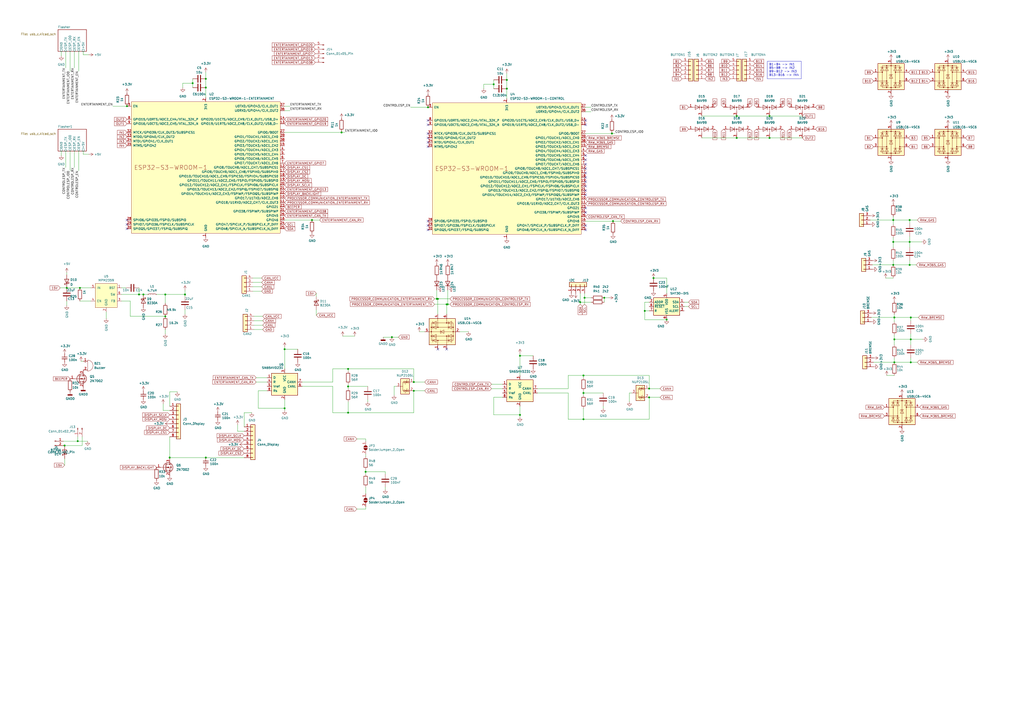
<source format=kicad_sch>
(kicad_sch (version 20230121) (generator eeschema)
  (paper "A2")
  (junction (at 301.625 206.375))
  (junction (at 201.93 213.995))
  (junction (at 98.425 265.43))
  (junction (at 198.12 76.835))
  (junction (at 201.93 239.395))
  (junction (at 379.095 161.29))
  (junction (at 259.08 176.53))
  (junction (at 336.55 175.26))
  (junction (at 180.975 127.635))
  (junction (at 107.315 170.815))
  (junction (at 528.32 196.85))
  (junction (at 338.455 217.805))
  (junction (at 165.1 202.565))
  (junction (at 95.885 170.815))
  (junction (at 355.6 128.27))
  (junction (at 294.005 51.435))
  (junction (at 201.93 224.155))
  (junction (at 248.285 62.23))
  (junction (at 37.465 258.445))
  (junction (at 518.16 127.635))
  (junction (at 427.355 80.01))
  (junction (at 518.795 184.15))
  (junction (at 165.1 236.855))
  (junction (at 80.645 170.815))
  (junction (at 240.03 221.615))
  (junction (at 354.965 77.47))
  (junction (at 294.005 46.355))
  (junction (at 446.405 67.31))
  (junction (at 527.685 153.67))
  (junction (at 350.52 172.72))
  (junction (at 446.405 80.01))
  (junction (at 95.885 183.515))
  (junction (at 38.735 167.005))
  (junction (at 518.795 196.85))
  (junction (at 376.555 230.505))
  (junction (at 338.455 227.965))
  (junction (at 212.09 273.685))
  (junction (at 518.795 210.185))
  (junction (at 518.16 140.335))
  (junction (at 119.38 45.72))
  (junction (at 254 173.355))
  (junction (at 339.09 172.72))
  (junction (at 119.38 50.8))
  (junction (at 376.555 225.425))
  (junction (at 528.32 184.15))
  (junction (at 119.38 265.43))
  (junction (at 518.16 153.67))
  (junction (at 240.03 226.695))
  (junction (at 111.76 48.26))
  (junction (at 374.015 180.34))
  (junction (at 46.355 167.005))
  (junction (at 227.33 195.58))
  (junction (at 338.455 243.205))
  (junction (at 259.715 176.53))
  (junction (at 73.66 61.595))
  (junction (at 527.685 140.335))
  (junction (at 528.32 210.185))
  (junction (at 286.385 48.895))
  (junction (at 83.185 170.815))
  (junction (at 253.365 173.355))
  (junction (at 427.355 67.31))
  (junction (at 386.715 185.42))
  (junction (at 527.685 127.635))
  (junction (at 45.085 255.905))
  (junction (at 301.625 240.665))
  (no_connect (at 339.725 90.17))
  (no_connect (at 339.725 97.79))
  (no_connect (at 339.725 69.85))
  (no_connect (at 339.725 113.03))
  (no_connect (at 248.285 130.81))
  (no_connect (at 248.285 128.27))
  (no_connect (at 248.285 72.39))
  (no_connect (at 248.285 69.85))
  (no_connect (at 73.66 130.175))
  (no_connect (at 73.66 127.635))
  (no_connect (at 73.66 132.715))
  (no_connect (at 339.725 110.49))
  (no_connect (at 339.725 120.65))
  (no_connect (at 339.725 107.95))
  (no_connect (at 248.285 85.09))
  (no_connect (at 339.725 130.81))
  (no_connect (at 339.725 133.35))
  (no_connect (at 248.285 80.01))
  (no_connect (at 339.725 92.71))
  (no_connect (at 339.725 95.25))
  (no_connect (at 248.285 82.55))
  (no_connect (at 248.285 77.47))
  (no_connect (at 254 202.565))
  (no_connect (at 248.285 133.35))
  (no_connect (at 339.725 102.87))
  (no_connect (at 259.08 202.565))
  (no_connect (at 339.725 123.19))
  (no_connect (at 339.725 100.33))
  (no_connect (at 339.725 105.41))
  (no_connect (at 339.725 72.39))
  (wire (pts (xy 198.755 194.945) (xy 205.74 194.945)))
  (wire (pts (xy 38.735 167.005) (xy 46.355 167.005)))
  (wire (pts (xy 152.4 186.055) (xy 147.32 186.055)))
  (wire (pts (xy 146.685 166.37) (xy 151.765 166.37)))
  (wire (pts (xy 180.975 127.635) (xy 165.1 127.635)))
  (wire (pts (xy 207.01 254.635) (xy 212.09 254.635)))
  (wire (pts (xy 349.885 236.855) (xy 349.885 235.585)))
  (wire (pts (xy 119.38 45.72) (xy 119.38 50.8)))
  (wire (pts (xy 46.99 209.55) (xy 48.26 209.55)))
  (wire (pts (xy 427.355 80.01) (xy 446.405 80.01)))
  (wire (pts (xy 266.7 192.405) (xy 271.78 192.405)))
  (wire (pts (xy 212.09 255.905) (xy 212.09 254.635)))
  (wire (pts (xy 311.785 227.965) (xy 329.565 227.965)))
  (wire (pts (xy 198.12 76.835) (xy 198.12 76.2)))
  (wire (pts (xy 294.005 46.355) (xy 294.005 51.435)))
  (wire (pts (xy 107.315 168.275) (xy 107.315 170.815)))
  (wire (pts (xy 47.625 258.445) (xy 37.465 258.445)))
  (wire (pts (xy 338.455 227.965) (xy 338.455 229.235)))
  (wire (pts (xy 528.32 200.025) (xy 528.32 196.85)))
  (wire (pts (xy 95.885 191.135) (xy 95.885 193.675)))
  (wire (pts (xy 350.52 172.72) (xy 353.06 172.72)))
  (wire (pts (xy 146.05 239.395) (xy 141.605 239.395)))
  (wire (pts (xy 294.005 42.545) (xy 294.005 46.355)))
  (wire (pts (xy 285.115 222.885) (xy 291.465 222.885)))
  (wire (pts (xy 518.16 151.13) (xy 518.16 153.67)))
  (wire (pts (xy 107.315 170.815) (xy 107.315 172.085)))
  (wire (pts (xy 98.425 265.43) (xy 98.425 253.365)))
  (wire (pts (xy 329.565 217.805) (xy 329.565 225.425)))
  (wire (pts (xy 148.59 219.075) (xy 154.94 219.075)))
  (wire (pts (xy 374.015 175.26) (xy 374.015 180.34)))
  (wire (pts (xy 518.16 140.335) (xy 527.685 140.335)))
  (wire (pts (xy 65.405 61.595) (xy 73.66 61.595)))
  (wire (pts (xy 286.385 46.355) (xy 286.385 48.895)))
  (wire (pts (xy 46.355 174.625) (xy 52.705 174.625)))
  (wire (pts (xy 148.59 221.615) (xy 154.94 221.615)))
  (wire (pts (xy 223.52 283.845) (xy 223.52 282.575)))
  (wire (pts (xy 374.015 185.42) (xy 386.715 185.42)))
  (wire (pts (xy 165.1 201.295) (xy 165.1 202.565)))
  (wire (pts (xy 365.125 233.045) (xy 365.125 227.965)))
  (wire (pts (xy 301.625 206.375) (xy 301.625 217.805)))
  (wire (pts (xy 154.94 226.695) (xy 149.86 226.695)))
  (wire (pts (xy 336.55 176.53) (xy 336.55 175.26)))
  (wire (pts (xy 506.73 210.185) (xy 518.795 210.185)))
  (wire (pts (xy 165.1 76.835) (xy 198.12 76.835)))
  (wire (pts (xy 301.625 205.105) (xy 301.625 206.375)))
  (wire (pts (xy 141.605 239.395) (xy 141.605 247.65)))
  (wire (pts (xy 38.735 174.625) (xy 38.735 177.165)))
  (wire (pts (xy 534.67 140.335) (xy 527.685 140.335)))
  (wire (pts (xy 223.52 274.955) (xy 223.52 273.685)))
  (wire (pts (xy 45.085 255.905) (xy 36.83 255.905)))
  (wire (pts (xy 98.425 266.065) (xy 98.425 265.43)))
  (wire (pts (xy 338.455 217.805) (xy 338.455 219.075)))
  (wire (pts (xy 212.09 273.685) (xy 212.09 274.955)))
  (wire (pts (xy 201.93 233.045) (xy 201.93 239.395)))
  (wire (pts (xy 339.09 172.72) (xy 339.09 170.18)))
  (wire (pts (xy 36.83 258.445) (xy 37.465 258.445)))
  (wire (pts (xy 70.485 167.005) (xy 73.025 167.005)))
  (wire (pts (xy 212.09 294.005) (xy 212.09 295.275)))
  (wire (pts (xy 518.795 186.69) (xy 518.795 184.15)))
  (wire (pts (xy 228.6 229.235) (xy 228.6 224.155)))
  (wire (pts (xy 518.795 194.31) (xy 518.795 196.85)))
  (wire (pts (xy 311.785 225.425) (xy 329.565 225.425)))
  (wire (pts (xy 309.245 206.375) (xy 301.625 206.375)))
  (wire (pts (xy 98.425 265.43) (xy 119.38 265.43)))
  (wire (pts (xy 70.485 174.625) (xy 75.565 174.625)))
  (wire (pts (xy 212.09 263.525) (xy 212.09 264.795)))
  (wire (pts (xy 259.08 182.245) (xy 259.08 176.53)))
  (wire (pts (xy 38.1 29.845) (xy 38.1 39.37)))
  (wire (pts (xy 240.03 213.995) (xy 240.03 221.615)))
  (wire (pts (xy 285.115 225.425) (xy 291.465 225.425)))
  (wire (pts (xy 528.32 210.185) (xy 532.13 210.185)))
  (wire (pts (xy 259.08 176.53) (xy 259.715 176.53)))
  (wire (pts (xy 329.565 243.205) (xy 338.455 243.205)))
  (wire (pts (xy 75.565 183.515) (xy 95.885 183.515)))
  (wire (pts (xy 183.515 179.705) (xy 183.515 182.88)))
  (wire (pts (xy 528.32 186.055) (xy 528.32 184.15)))
  (wire (pts (xy 102.87 227.33) (xy 98.425 227.33)))
  (wire (pts (xy 40.64 87.63) (xy 40.64 99.06)))
  (wire (pts (xy 407.035 80.01) (xy 427.355 80.01)))
  (wire (pts (xy 259.715 176.53) (xy 260.985 176.53)))
  (wire (pts (xy 339.725 62.23) (xy 342.9 62.23)))
  (wire (pts (xy 329.565 227.965) (xy 329.565 243.205)))
  (wire (pts (xy 80.645 167.005) (xy 80.645 170.815)))
  (wire (pts (xy 151.765 168.91) (xy 146.685 168.91)))
  (wire (pts (xy 506.095 153.67) (xy 518.16 153.67)))
  (wire (pts (xy 35.56 29.845) (xy 35.56 32.385)))
  (wire (pts (xy 446.405 67.31) (xy 465.455 67.31)))
  (wire (pts (xy 98.425 227.33) (xy 98.425 235.585)))
  (wire (pts (xy 111.76 45.72) (xy 111.76 48.26)))
  (wire (pts (xy 80.645 170.815) (xy 83.185 170.815)))
  (wire (pts (xy 399.415 175.26) (xy 396.875 175.26)))
  (wire (pts (xy 201.93 222.885) (xy 201.93 224.155)))
  (wire (pts (xy 95.885 170.815) (xy 107.315 170.815)))
  (wire (pts (xy 45.72 29.845) (xy 45.72 41.275)))
  (wire (pts (xy 527.685 137.16) (xy 527.685 140.335)))
  (wire (pts (xy 514.35 217.805) (xy 518.795 217.805)))
  (wire (pts (xy 151.765 163.83) (xy 146.685 163.83)))
  (wire (pts (xy 185.42 127.635) (xy 180.975 127.635)))
  (wire (pts (xy 518.795 207.645) (xy 518.795 210.185)))
  (wire (pts (xy 43.18 29.845) (xy 43.18 39.37)))
  (wire (pts (xy 527.685 127.635) (xy 532.13 127.635)))
  (wire (pts (xy 201.93 239.395) (xy 240.03 239.395)))
  (wire (pts (xy 95.885 175.895) (xy 95.885 170.815)))
  (wire (pts (xy 374.015 180.34) (xy 376.555 180.34)))
  (wire (pts (xy 528.32 210.185) (xy 528.32 207.645)))
  (wire (pts (xy 243.205 192.405) (xy 246.38 192.405)))
  (wire (pts (xy 338.455 217.805) (xy 376.555 217.805)))
  (wire (pts (xy 518.16 137.795) (xy 518.16 140.335)))
  (wire (pts (xy 253.365 173.355) (xy 254 173.355)))
  (wire (pts (xy 152.4 191.135) (xy 147.32 191.135)))
  (wire (pts (xy 527.685 153.67) (xy 531.495 153.67)))
  (wire (pts (xy 201.93 213.995) (xy 240.03 213.995)))
  (wire (pts (xy 38.735 158.115) (xy 38.735 159.385)))
  (wire (pts (xy 198.12 76.835) (xy 200.025 76.835)))
  (wire (pts (xy 61.595 180.975) (xy 61.595 184.785)))
  (wire (pts (xy 342.9 175.26) (xy 336.55 175.26)))
  (wire (pts (xy 301.625 240.665) (xy 301.625 241.935)))
  (wire (pts (xy 45.085 253.365) (xy 45.085 255.905)))
  (wire (pts (xy 376.555 217.805) (xy 376.555 225.425)))
  (wire (pts (xy 379.095 161.29) (xy 386.715 161.29)))
  (wire (pts (xy 518.795 210.185) (xy 528.32 210.185)))
  (wire (pts (xy 149.86 226.695) (xy 149.86 236.855)))
  (wire (pts (xy 280.67 48.895) (xy 286.385 48.895)))
  (wire (pts (xy 286.385 48.895) (xy 286.385 51.435)))
  (wire (pts (xy 147.32 188.595) (xy 152.4 188.595)))
  (wire (pts (xy 349.885 227.965) (xy 338.455 227.965)))
  (wire (pts (xy 376.555 175.26) (xy 374.015 175.26)))
  (wire (pts (xy 212.09 282.575) (xy 212.09 286.385)))
  (wire (pts (xy 355.6 128.27) (xy 339.725 128.27)))
  (wire (pts (xy 48.26 29.845) (xy 48.26 31.75)))
  (wire (pts (xy 253.365 168.275) (xy 253.365 173.355)))
  (wire (pts (xy 354.965 77.47) (xy 356.87 77.47)))
  (wire (pts (xy 45.72 87.63) (xy 45.72 99.06)))
  (wire (pts (xy 193.04 224.155) (xy 193.04 239.395)))
  (wire (pts (xy 75.565 174.625) (xy 75.565 183.515)))
  (wire (pts (xy 165.1 236.855) (xy 165.1 238.125)))
  (wire (pts (xy 338.455 236.855) (xy 338.455 243.205)))
  (wire (pts (xy 338.455 243.205) (xy 376.555 243.205)))
  (wire (pts (xy 252.095 173.355) (xy 253.365 173.355)))
  (wire (pts (xy 119.38 265.43) (xy 141.605 265.43)))
  (wire (pts (xy 48.26 89.535) (xy 51.435 89.535)))
  (wire (pts (xy 107.315 182.245) (xy 107.315 179.705)))
  (wire (pts (xy 207.01 295.275) (xy 212.09 295.275)))
  (wire (pts (xy 386.715 161.29) (xy 386.715 170.18)))
  (wire (pts (xy 240.03 226.695) (xy 246.38 226.695)))
  (wire (pts (xy 527.685 153.67) (xy 527.685 151.13)))
  (wire (pts (xy 52.705 167.005) (xy 46.355 167.005)))
  (wire (pts (xy 238.125 62.23) (xy 248.285 62.23)))
  (wire (pts (xy 350.52 172.72) (xy 350.52 175.26)))
  (wire (pts (xy 339.09 176.53) (xy 339.09 172.72)))
  (wire (pts (xy 227.33 195.58) (xy 231.14 195.58)))
  (wire (pts (xy 90.805 170.815) (xy 95.885 170.815)))
  (wire (pts (xy 35.56 87.63) (xy 35.56 90.17)))
  (wire (pts (xy 175.26 221.615) (xy 193.04 221.615)))
  (wire (pts (xy 165.1 202.565) (xy 165.1 213.995)))
  (wire (pts (xy 286.385 230.505) (xy 286.385 240.665)))
  (wire (pts (xy 146.685 161.29) (xy 151.765 161.29)))
  (wire (pts (xy 106.045 50.8) (xy 106.045 48.26)))
  (wire (pts (xy 291.465 230.505) (xy 286.385 230.505)))
  (wire (pts (xy 518.16 127.635) (xy 527.685 127.635)))
  (wire (pts (xy 201.93 213.995) (xy 201.93 215.265)))
  (wire (pts (xy 280.67 51.435) (xy 280.67 48.895)))
  (wire (pts (xy 518.795 196.85) (xy 528.32 196.85)))
  (wire (pts (xy 240.03 221.615) (xy 246.38 221.615)))
  (wire (pts (xy 111.76 48.26) (xy 111.76 50.8)))
  (wire (pts (xy 38.1 87.63) (xy 38.1 97.155)))
  (wire (pts (xy 518.16 130.175) (xy 518.16 127.635)))
  (wire (pts (xy 259.715 168.275) (xy 259.715 176.53)))
  (wire (pts (xy 365.125 227.965) (xy 366.395 227.965)))
  (wire (pts (xy 50.8 255.905) (xy 45.085 255.905)))
  (wire (pts (xy 165.1 64.135) (xy 168.275 64.135)))
  (wire (pts (xy 535.305 196.85) (xy 528.32 196.85)))
  (wire (pts (xy 83.185 170.815) (xy 85.725 170.815)))
  (wire (pts (xy 518.16 143.51) (xy 518.16 140.335)))
  (wire (pts (xy 329.565 217.805) (xy 338.455 217.805)))
  (wire (pts (xy 528.32 193.675) (xy 528.32 196.85)))
  (wire (pts (xy 505.46 184.15) (xy 518.795 184.15)))
  (wire (pts (xy 165.1 61.595) (xy 168.275 61.595)))
  (wire (pts (xy 193.04 213.995) (xy 201.93 213.995)))
  (wire (pts (xy 94.615 238.125) (xy 98.425 238.125)))
  (wire (pts (xy 240.03 239.395) (xy 240.03 226.695)))
  (wire (pts (xy 106.045 48.26) (xy 111.76 48.26)))
  (wire (pts (xy 342.9 172.72) (xy 339.09 172.72)))
  (wire (pts (xy 339.725 64.77) (xy 342.9 64.77)))
  (wire (pts (xy 360.045 128.27) (xy 355.6 128.27)))
  (wire (pts (xy 252.095 176.53) (xy 259.08 176.53)))
  (wire (pts (xy 376.555 230.505) (xy 382.905 230.505)))
  (wire (pts (xy 407.035 67.31) (xy 427.355 67.31)))
  (wire (pts (xy 94.615 234.315) (xy 94.615 238.125)))
  (wire (pts (xy 518.795 200.025) (xy 518.795 196.85)))
  (wire (pts (xy 228.6 224.155) (xy 229.87 224.155)))
  (wire (pts (xy 223.52 273.685) (xy 212.09 273.685)))
  (wire (pts (xy 149.86 236.855) (xy 165.1 236.855)))
  (wire (pts (xy 504.825 127.635) (xy 518.16 127.635)))
  (wire (pts (xy 354.965 77.47) (xy 354.965 76.835)))
  (wire (pts (xy 427.355 67.31) (xy 446.405 67.31)))
  (wire (pts (xy 183.515 170.18) (xy 183.515 172.085)))
  (wire (pts (xy 513.715 161.29) (xy 518.16 161.29)))
  (wire (pts (xy 119.38 50.8) (xy 119.38 56.515)))
  (wire (pts (xy 147.32 183.515) (xy 152.4 183.515)))
  (wire (pts (xy 376.555 225.425) (xy 382.905 225.425)))
  (wire (pts (xy 119.38 41.91) (xy 119.38 45.72)))
  (wire (pts (xy 254 173.355) (xy 260.985 173.355)))
  (wire (pts (xy 70.485 170.815) (xy 80.645 170.815)))
  (wire (pts (xy 518.16 153.67) (xy 527.685 153.67)))
  (wire (pts (xy 165.1 231.775) (xy 165.1 236.855)))
  (wire (pts (xy 213.36 233.045) (xy 213.36 231.775)))
  (wire (pts (xy 193.04 239.395) (xy 201.93 239.395)))
  (wire (pts (xy 222.25 195.58) (xy 227.33 195.58)))
  (wire (pts (xy 528.32 184.15) (xy 532.765 184.15)))
  (wire (pts (xy 527.685 143.51) (xy 527.685 140.335)))
  (wire (pts (xy 518.795 184.15) (xy 528.32 184.15)))
  (wire (pts (xy 294.005 51.435) (xy 294.005 57.15)))
  (wire (pts (xy 193.04 213.995) (xy 193.04 221.615)))
  (wire (pts (xy 339.725 77.47) (xy 354.965 77.47)))
  (wire (pts (xy 527.685 129.54) (xy 527.685 127.635)))
  (wire (pts (xy 338.455 226.695) (xy 338.455 227.965)))
  (wire (pts (xy 172.72 202.565) (xy 165.1 202.565)))
  (wire (pts (xy 286.385 240.665) (xy 301.625 240.665)))
  (wire (pts (xy 212.09 272.415) (xy 212.09 273.685)))
  (wire (pts (xy 376.555 243.205) (xy 376.555 230.505)))
  (wire (pts (xy 336.55 175.26) (xy 336.55 170.18)))
  (wire (pts (xy 374.015 180.34) (xy 374.015 185.42)))
  (wire (pts (xy 48.26 31.75) (xy 51.435 31.75)))
  (wire (pts (xy 137.795 250.19) (xy 141.605 250.19)))
  (wire (pts (xy 201.93 224.155) (xy 201.93 225.425)))
  (wire (pts (xy 48.26 87.63) (xy 48.26 89.535)))
  (wire (pts (xy 47.625 253.365) (xy 47.625 258.445)))
  (wire (pts (xy 43.18 87.63) (xy 43.18 97.155)))
  (wire (pts (xy 446.405 80.01) (xy 465.455 80.01)))
  (wire (pts (xy 396.875 177.8) (xy 399.415 177.8)))
  (wire (pts (xy 518.16 125.73) (xy 518.16 127.635)))
  (wire (pts (xy 37.465 266.065) (xy 37.465 269.875)))
  (wire (pts (xy 34.925 167.005) (xy 38.735 167.005)))
  (wire (pts (xy 518.795 182.245) (xy 518.795 184.15)))
  (wire (pts (xy 301.625 235.585) (xy 301.625 240.665)))
  (wire (pts (xy 213.36 224.155) (xy 201.93 224.155)))
  (wire (pts (xy 40.64 29.845) (xy 40.64 41.275)))
  (wire (pts (xy 254 173.355) (xy 254 182.245)))
  (wire (pts (xy 175.26 224.155) (xy 193.04 224.155)))
  (wire (pts (xy 137.795 246.38) (xy 137.795 250.19)))
  (text_box "B1-B4 -> IN1\nB5-B8 -> IN2\nB9-B12 -> IN3\nB13-B16 -> IN4" (at 445.135 35.56 0) (size 19.685 10.16) (effects (font (size 1.27 1.27)) (justify left top)))
  (label "ENTERTAINMENT_RX" (at 168.275 64.135 0))
  (label "CONTROLESP_RX" (at 342.9 64.77 0))
  (label "CONTROLESP_IO0" (at 356.87 77.47 0))
  (label "ENTERTAINMENT_EN" (at 45.72 41.275 270))
  (label "CONTROLESP_TX" (at 38.1 97.155 270))
  (label "CONTROLESP_EN" (at 238.125 62.23 180))
  (label "ENTERTAINMENT_EN" (at 65.405 61.595 180))
  (label "ENTERTAINMENT_TX" (at 38.1 39.37 270))
  (label "CONTROLESP_IO0" (at 40.64 99.06 270))
  (label "ENTERTAINMENT_IO0" (at 40.64 41.275 270))
  (label "ENTERTAINMENT_TX" (at 168.275 61.595 0))
  (label "CONTROLESP_EN" (at 45.72 99.06 270))
  (label "ENTERTAINMENT_RX" (at 43.18 39.37 270))
  (label "CONTROLESP_RX" (at 43.18 97.155 270))
  (label "ENTERTAINMENT_IO0" (at 200.025 76.835 0))
  (label "CONTROLESP_TX" (at 342.9 62.23 0))
  (global_label "ENTERTAINMENT_GPIO20" (shape input) (at 165.1 69.215 0) (property "Intersheetrefs" "${INTERSHEET_REFS}" (effects hide)))
  (global_label "SDA" (shape input) (at 165.1 132.715 0) (property "Intersheetrefs" "${INTERSHEET_REFS}" (effects hide)))
  (global_label "CANH" (shape input) (at 152.4 186.055 0) (property "Intersheetrefs" "${INTERSHEET_REFS}" (effects hide)) (property "Referenzen zwischen Schaltplänen" "${INTERSHEET_REFS}" (effects hide)))
  (global_label "CAN_VCC" (shape input) (at 151.765 161.29 0) (property "Intersheetrefs" "${INTERSHEET_REFS}" (effects hide)) (property "Referenzen zwischen Schaltplänen" "${INTERSHEET_REFS}" (effects hide)))
  (global_label "DISPLAY_DC" (shape input) (at 141.605 260.35 180) (property "Intersheetrefs" "${INTERSHEET_REFS}" (effects hide)) (property "Referenzen zwischen Schaltplänen" "${INTERSHEET_REFS}" (effects hide)))
  (global_label "OUT1" (shape input) (at 73.66 71.755 180) (property "Intersheetrefs" "${INTERSHEET_REFS}" (effects hide)) (property "Referenzen zwischen Schaltplänen" "${INTERSHEET_REFS}" (effects hide)))
  (global_label "B15" (shape input) (at 560.07 41.91 0) (property "Intersheetrefs" "${INTERSHEET_REFS}" (effects hide)) (property "Referenzen zwischen Schaltplänen" "${INTERSHEET_REFS}" (effects hide)))
  (global_label "CANH" (shape input) (at 382.905 225.425 0) (property "Intersheetrefs" "${INTERSHEET_REFS}" (effects hide)) (property "Referenzen zwischen Schaltplänen" "${INTERSHEET_REFS}" (effects hide)))
  (global_label "CANL" (shape input) (at 382.905 230.505 0) (property "Intersheetrefs" "${INTERSHEET_REFS}" (effects hide)) (property "Referenzen zwischen Schaltplänen" "${INTERSHEET_REFS}" (effects hide)))
  (global_label "RAW_M365_BREMSE" (shape input) (at 339.725 80.01 0) (property "Intersheetrefs" "${INTERSHEET_REFS}" (effects hide)) (property "Referenzen zwischen Schaltplänen" "${INTERSHEET_REFS}" (effects hide)))
  (global_label "IN1" (shape input) (at 395.605 45.72 180) (property "Intersheetrefs" "${INTERSHEET_REFS}" (effects hide)) (property "Referenzen zwischen Schaltplänen" "${INTERSHEET_REFS}" (effects hide)))
  (global_label "RAW_M365_GAS" (shape input) (at 531.495 153.67 0) (property "Intersheetrefs" "${INTERSHEET_REFS}" (effects hide)) (property "Referenzen zwischen Schaltplänen" "${INTERSHEET_REFS}" (effects hide)))
  (global_label "B10" (shape input) (at 414.655 74.93 270) (property "Intersheetrefs" "${INTERSHEET_REFS}" (effects hide)) (property "Referenzen zwischen Schaltplänen" "${INTERSHEET_REFS}" (effects hide)))
  (global_label "B12" (shape input) (at 527.05 46.99 0) (property "Intersheetrefs" "${INTERSHEET_REFS}" (effects hide)) (property "Referenzen zwischen Schaltplänen" "${INTERSHEET_REFS}" (effects hide)))
  (global_label "RAW_M365_GAS" (shape input) (at 339.725 82.55 0) (property "Intersheetrefs" "${INTERSHEET_REFS}" (effects hide)) (property "Referenzen zwischen Schaltplänen" "${INTERSHEET_REFS}" (effects hide)))
  (global_label "15V" (shape input) (at 37.465 269.875 180) (property "Intersheetrefs" "${INTERSHEET_REFS}" (effects hide)) (property "Referenzen zwischen Schaltplänen" "${INTERSHEET_REFS}" (effects hide)))
  (global_label "B8" (shape input) (at 560.07 85.09 0) (property "Intersheetrefs" "${INTERSHEET_REFS}" (effects hide)) (property "Referenzen zwischen Schaltplänen" "${INTERSHEET_REFS}" (effects hide)))
  (global_label "15V" (shape input) (at 34.925 167.005 180) (property "Intersheetrefs" "${INTERSHEET_REFS}" (effects hide)) (property "Referenzen zwischen Schaltplänen" "${INTERSHEET_REFS}" (effects hide)))
  (global_label "B16" (shape input) (at 473.075 74.93 0) (property "Intersheetrefs" "${INTERSHEET_REFS}" (effects hide)) (property "Referenzen zwischen Schaltplänen" "${INTERSHEET_REFS}" (effects hide)))
  (global_label "GND" (shape input) (at 151.765 168.91 0) (property "Intersheetrefs" "${INTERSHEET_REFS}" (effects hide)) (property "Referenzen zwischen Schaltplänen" "${INTERSHEET_REFS}" (effects hide)))
  (global_label "B8" (shape input) (at 473.075 62.23 0) (property "Intersheetrefs" "${INTERSHEET_REFS}" (effects hide)) (property "Referenzen zwischen Schaltplänen" "${INTERSHEET_REFS}" (effects hide)))
  (global_label "B4" (shape input) (at 527.05 85.09 0) (property "Intersheetrefs" "${INTERSHEET_REFS}" (effects hide)) (property "Referenzen zwischen Schaltplänen" "${INTERSHEET_REFS}" (effects hide)))
  (global_label "CANL" (shape input) (at 246.38 226.695 0) (property "Intersheetrefs" "${INTERSHEET_REFS}" (effects hide)) (property "Referenzen zwischen Schaltplänen" "${INTERSHEET_REFS}" (effects hide)))
  (global_label "B6" (shape input) (at 408.94 38.1 0) (property "Intersheetrefs" "${INTERSHEET_REFS}" (effects hide)) (property "Referenzen zwischen Schaltplänen" "${INTERSHEET_REFS}" (effects hide)))
  (global_label "B6" (shape input) (at 454.025 62.23 90) (property "Intersheetrefs" "${INTERSHEET_REFS}" (effects hide)) (property "Referenzen zwischen Schaltplänen" "${INTERSHEET_REFS}" (effects hide)))
  (global_label "DISPLAY_CS1" (shape input) (at 165.1 97.155 0) (property "Intersheetrefs" "${INTERSHEET_REFS}" (effects hide)) (property "Referenzen zwischen Schaltplänen" "${INTERSHEET_REFS}" (effects hide)))
  (global_label "B16" (shape input) (at 560.07 46.99 0) (property "Intersheetrefs" "${INTERSHEET_REFS}" (effects hide)) (property "Referenzen zwischen Schaltplänen" "${INTERSHEET_REFS}" (effects hide)))
  (global_label "CANL" (shape input) (at 207.01 295.275 180) (property "Intersheetrefs" "${INTERSHEET_REFS}" (effects hide)) (property "Referenzen zwischen Schaltplänen" "${INTERSHEET_REFS}" (effects hide)))
  (global_label "ENTERTAINMENT_GPIO38" (shape input) (at 182.88 36.195 180) (property "Intersheetrefs" "${INTERSHEET_REFS}" (effects hide)))
  (global_label "PROCESSOR_COMMUNICATION_ENTERTAINMENT_TX" (shape input) (at 252.095 176.53 180) (property "Intersheetrefs" "${INTERSHEET_REFS}" (effects hide)))
  (global_label "B15" (shape input) (at 436.88 40.64 0) (property "Intersheetrefs" "${INTERSHEET_REFS}" (effects hide)) (property "Referenzen zwischen Schaltplänen" "${INTERSHEET_REFS}" (effects hide)))
  (global_label "CONTROLESP_CAN_RX" (shape input) (at 360.045 128.27 0) (property "Intersheetrefs" "${INTERSHEET_REFS}" (effects hide)) (property "Referenzen zwischen Schaltplänen" "${INTERSHEET_REFS}" (effects hide)))
  (global_label "B12" (shape input) (at 423.545 43.18 180) (property "Intersheetrefs" "${INTERSHEET_REFS}" (effects hide)) (property "Referenzen zwischen Schaltplänen" "${INTERSHEET_REFS}" (effects hide)))
  (global_label "CAN_VCC" (shape input) (at 152.4 183.515 0) (property "Intersheetrefs" "${INTERSHEET_REFS}" (effects hide)) (property "Referenzen zwischen Schaltplänen" "${INTERSHEET_REFS}" (effects hide)))
  (global_label "SCL" (shape input) (at 399.415 177.8 0) (property "Intersheetrefs" "${INTERSHEET_REFS}" (effects hide)))
  (global_label "GND" (shape input) (at 152.4 191.135 0) (property "Intersheetrefs" "${INTERSHEET_REFS}" (effects hide)) (property "Referenzen zwischen Schaltplänen" "${INTERSHEET_REFS}" (effects hide)))
  (global_label "BEEPER" (shape input) (at 40.64 219.71 180) (property "Intersheetrefs" "${INTERSHEET_REFS}" (effects hide)) (property "Referenzen zwischen Schaltplänen" "${INTERSHEET_REFS}" (effects hide)))
  (global_label "RAW_GAS" (shape input) (at 532.13 127.635 0) (property "Intersheetrefs" "${INTERSHEET_REFS}" (effects hide)) (property "Referenzen zwischen Schaltplänen" "${INTERSHEET_REFS}" (effects hide)))
  (global_label "B13" (shape input) (at 438.785 74.93 270) (property "Intersheetrefs" "${INTERSHEET_REFS}" (effects hide)) (property "Referenzen zwischen Schaltplänen" "${INTERSHEET_REFS}" (effects hide)))
  (global_label "ENTERTAINMENT_GPIO7" (shape input) (at 165.1 94.615 0) (property "Intersheetrefs" "${INTERSHEET_REFS}" (effects hide)))
  (global_label "IN3" (shape input) (at 73.66 81.915 180) (property "Intersheetrefs" "${INTERSHEET_REFS}" (effects hide)) (property "Referenzen zwischen Schaltplänen" "${INTERSHEET_REFS}" (effects hide)))
  (global_label "B10" (shape input) (at 506.73 46.99 180) (property "Intersheetrefs" "${INTERSHEET_REFS}" (effects hide)) (property "Referenzen zwischen Schaltplänen" "${INTERSHEET_REFS}" (effects hide)))
  (global_label "B4" (shape input) (at 395.605 43.18 180) (property "Intersheetrefs" "${INTERSHEET_REFS}" (effects hide)) (property "Referenzen zwischen Schaltplänen" "${INTERSHEET_REFS}" (effects hide)))
  (global_label "CONTROLESP_CAN_RX" (shape input) (at 285.115 225.425 180) (property "Intersheetrefs" "${INTERSHEET_REFS}" (effects hide)) (property "Referenzen zwischen Schaltplänen" "${INTERSHEET_REFS}" (effects hide)))
  (global_label "ENTERTAINMENT_GPIO13" (shape input) (at 182.88 33.655 180) (property "Intersheetrefs" "${INTERSHEET_REFS}" (effects hide)))
  (global_label "B6" (shape input) (at 539.75 85.09 180) (property "Intersheetrefs" "${INTERSHEET_REFS}" (effects hide)) (property "Referenzen zwischen Schaltplänen" "${INTERSHEET_REFS}" (effects hide)))
  (global_label "CONTROLESP_CAN_TX" (shape input) (at 339.725 125.73 0) (property "Intersheetrefs" "${INTERSHEET_REFS}" (effects hide)) (property "Referenzen zwischen Schaltplänen" "${INTERSHEET_REFS}" (effects hide)))
  (global_label "ENTERTAINMENT_GPIO20" (shape input) (at 182.88 26.035 180) (property "Intersheetrefs" "${INTERSHEET_REFS}" (effects hide)))
  (global_label "CANL" (shape input) (at 152.4 188.595 0) (property "Intersheetrefs" "${INTERSHEET_REFS}" (effects hide)) (property "Referenzen zwischen Schaltplänen" "${INTERSHEET_REFS}" (effects hide)))
  (global_label "B14" (shape input) (at 436.88 38.1 0) (property "Intersheetrefs" "${INTERSHEET_REFS}" (effects hide)) (property "Referenzen zwischen Schaltplänen" "${INTERSHEET_REFS}" (effects hide)))
  (global_label "OUT1" (shape input) (at 465.455 67.31 0) (property "Intersheetrefs" "${INTERSHEET_REFS}" (effects hide)) (property "Referenzen zwischen Schaltplänen" "${INTERSHEET_REFS}" (effects hide)))
  (global_label "B5" (shape input) (at 539.75 80.01 180) (property "Intersheetrefs" "${INTERSHEET_REFS}" (effects hide)) (property "Referenzen zwischen Schaltplänen" "${INTERSHEET_REFS}" (effects hide)))
  (global_label "B8" (shape input) (at 408.94 43.18 0) (property "Intersheetrefs" "${INTERSHEET_REFS}" (effects hide)) (property "Referenzen zwischen Schaltplänen" "${INTERSHEET_REFS}" (effects hide)))
  (global_label "RAW_M365_BREMSE" (shape input) (at 533.4 241.3 0) (property "Intersheetrefs" "${INTERSHEET_REFS}" (effects hide)) (property "Referenzen zwischen Schaltplänen" "${INTERSHEET_REFS}" (effects hide)))
  (global_label "DISPLAY_BACKLIGHT" (shape input) (at 90.805 271.145 180) (property "Intersheetrefs" "${INTERSHEET_REFS}" (effects hide)) (property "Referenzen zwischen Schaltplänen" "${INTERSHEET_REFS}" (effects hide)))
  (global_label "B14" (shape input) (at 454.025 74.93 270) (property "Intersheetrefs" "${INTERSHEET_REFS}" (effects hide)) (property "Referenzen zwischen Schaltplänen" "${INTERSHEET_REFS}" (effects hide)))
  (global_label "IN3" (shape input) (at 423.545 45.72 180) (property "Intersheetrefs" "${INTERSHEET_REFS}" (effects hide)) (property "Referenzen zwischen Schaltplänen" "${INTERSHEET_REFS}" (effects hide)))
  (global_label "DISPLAY_SCLK" (shape input) (at 141.605 252.73 180) (property "Intersheetrefs" "${INTERSHEET_REFS}" (effects hide)) (property "Referenzen zwischen Schaltplänen" "${INTERSHEET_REFS}" (effects hide)))
  (global_label "B7" (shape input) (at 457.835 62.23 90) (property "Intersheetrefs" "${INTERSHEET_REFS}" (effects hide)) (property "Referenzen zwischen Schaltplänen" "${INTERSHEET_REFS}" (effects hide)))
  (global_label "PROCESSOR_COMMUNICATION_ENTERTAINMENT_RX" (shape input) (at 252.095 173.355 180) (property "Intersheetrefs" "${INTERSHEET_REFS}" (effects hide)))
  (global_label "IN4" (shape input) (at 436.88 45.72 0) (property "Intersheetrefs" "${INTERSHEET_REFS}" (effects hide)) (property "Referenzen zwischen Schaltplänen" "${INTERSHEET_REFS}" (effects hide)))
  (global_label "B9" (shape input) (at 399.415 74.93 180) (property "Intersheetrefs" "${INTERSHEET_REFS}" (effects hide)) (property "Referenzen zwischen Schaltplänen" "${INTERSHEET_REFS}" (effects hide)))
  (global_label "PROCESSOR_COMMUNICATION_ENTERTAINMENT_RX" (shape input) (at 165.1 117.475 0) (property "Intersheetrefs" "${INTERSHEET_REFS}" (effects hide)))
  (global_label "SDA" (shape input) (at 336.55 176.53 270) (property "Intersheetrefs" "${INTERSHEET_REFS}" (effects hide)))
  (global_label "DISPLAY_DC" (shape input) (at 165.1 102.235 0) (property "Intersheetrefs" "${INTERSHEET_REFS}" (effects hide)) (property "Referenzen zwischen Schaltplänen" "${INTERSHEET_REFS}" (effects hide)))
  (global_label "CONTROLESP_CAN_TX" (shape input) (at 285.115 222.885 180) (property "Intersheetrefs" "${INTERSHEET_REFS}" (effects hide)) (property "Referenzen zwischen Schaltplänen" "${INTERSHEET_REFS}" (effects hide)))
  (global_label "CANH" (shape input) (at 246.38 221.615 0) (property "Intersheetrefs" "${INTERSHEET_REFS}" (effects hide)) (property "Referenzen zwischen Schaltplänen" "${INTERSHEET_REFS}" (effects hide)))
  (global_label "PROCESSOR_COMMUNICATION_CONTROLESP_RX" (shape input) (at 260.985 176.53 0) (property "Intersheetrefs" "${INTERSHEET_REFS}" (effects hide)))
  (global_label "ENTERTAINMENT_GPIO13" (shape input) (at 165.1 109.855 0) (property "Intersheetrefs" "${INTERSHEET_REFS}" (effects hide)))
  (global_label "B4" (shape input) (at 434.975 62.23 90) (property "Intersheetrefs" "${INTERSHEET_REFS}" (effects hide)) (property "Referenzen zwischen Schaltplänen" "${INTERSHEET_REFS}" (effects hide)))
  (global_label "B3" (shape input) (at 395.605 40.64 180) (property "Intersheetrefs" "${INTERSHEET_REFS}" (effects hide)) (property "Referenzen zwischen Schaltplänen" "${INTERSHEET_REFS}" (effects hide)))
  (global_label "B12" (shape input) (at 434.975 74.93 270) (property "Intersheetrefs" "${INTERSHEET_REFS}" (effects hide)) (property "Referenzen zwischen Schaltplänen" "${INTERSHEET_REFS}" (effects hide)))
  (global_label "B7" (shape input) (at 408.94 40.64 0) (property "Intersheetrefs" "${INTERSHEET_REFS}" (effects hide)) (property "Referenzen zwischen Schaltplänen" "${INTERSHEET_REFS}" (effects hide)))
  (global_label "DISPLAY_CS2" (shape input) (at 165.1 99.695 0) (property "Intersheetrefs" "${INTERSHEET_REFS}" (effects hide)) (property "Referenzen zwischen Schaltplänen" "${INTERSHEET_REFS}" (effects hide)))
  (global_label "B13" (shape input) (at 539.75 41.91 180) (property "Intersheetrefs" "${INTERSHEET_REFS}" (effects hide)) (property "Referenzen zwischen Schaltplänen" "${INTERSHEET_REFS}" (effects hide)))
  (global_label "RAW_M365_GAS" (shape input) (at 533.4 236.22 0) (property "Intersheetrefs" "${INTERSHEET_REFS}" (effects hide)) (property "Referenzen zwischen Schaltplänen" "${INTERSHEET_REFS}" (effects hide)))
  (global_label "B16" (shape input) (at 436.88 43.18 0) (property "Intersheetrefs" "${INTERSHEET_REFS}" (effects hide)) (property "Referenzen zwischen Schaltplänen" "${INTERSHEET_REFS}" (effects hide)))
  (global_label "B9" (shape input) (at 506.73 41.91 180) (property "Intersheetrefs" "${INTERSHEET_REFS}" (effects hide)) (property "Referenzen zwischen Schaltplänen" "${INTERSHEET_REFS}" (effects hide)))
  (global_label "DISPLAY_SCLK" (shape input) (at 165.1 107.315 0) (property "Intersheetrefs" "${INTERSHEET_REFS}" (effects hide)) (property "Referenzen zwischen Schaltplänen" "${INTERSHEET_REFS}" (effects hide)))
  (global_label "DISPLAY_CS1" (shape input) (at 98.425 250.825 180) (property "Intersheetrefs" "${INTERSHEET_REFS}" (effects hide)) (property "Referenzen zwischen Schaltplänen" "${INTERSHEET_REFS}" (effects hide)))
  (global_label "OUT2" (shape input) (at 465.455 80.01 0) (property "Intersheetrefs" "${INTERSHEET_REFS}" (effects hide)) (property "Referenzen zwischen Schaltplänen" "${INTERSHEET_REFS}" (effects hide)))
  (global_label "B11" (shape input) (at 527.05 41.91 0) (property "Intersheetrefs" "${INTERSHEET_REFS}" (effects hide)) (property "Referenzen zwischen Schaltplänen" "${INTERSHEET_REFS}" (effects hide)))
  (global_label "B10" (shape input) (at 423.545 38.1 180) (property "Intersheetrefs" "${INTERSHEET_REFS}" (effects hide)) (property "Referenzen zwischen Schaltplänen" "${INTERSHEET_REFS}" (effects hide)))
  (global_label "PROCESSOR_COMMUNICATION_CONTROLESP_TX" (shape input) (at 260.985 173.355 0) (property "Intersheetrefs" "${INTERSHEET_REFS}" (effects hide)))
  (global_label "IN1" (shape input) (at 73.66 76.835 180) (property "Intersheetrefs" "${INTERSHEET_REFS}" (effects hide)) (property "Referenzen zwischen Schaltplänen" "${INTERSHEET_REFS}" (effects hide)))
  (global_label "B11" (shape input) (at 423.545 40.64 180) (property "Intersheetrefs" "${INTERSHEET_REFS}" (effects hide)) (property "Referenzen zwischen Schaltplänen" "${INTERSHEET_REFS}" (effects hide)))
  (global_label "IN4" (shape input) (at 73.66 84.455 180) (property "Intersheetrefs" "${INTERSHEET_REFS}" (effects hide)) (property "Referenzen zwischen Schaltplänen" "${INTERSHEET_REFS}" (effects hide)))
  (global_label "15V" (shape input) (at 183.515 170.18 180) (property "Intersheetrefs" "${INTERSHEET_REFS}" (effects hide)) (property "Referenzen zwischen Schaltplänen" "${INTERSHEET_REFS}" (effects hide)))
  (global_label "CANH" (shape input) (at 207.01 254.635 180) (property "Intersheetrefs" "${INTERSHEET_REFS}" (effects hide)) (property "Referenzen zwischen Schaltplänen" "${INTERSHEET_REFS}" (effects hide)))
  (global_label "B2" (shape input) (at 414.655 62.23 90) (property "Intersheetrefs" "${INTERSHEET_REFS}" (effects hide)) (property "Referenzen zwischen Schaltplänen" "${INTERSHEET_REFS}" (effects hide)))
  (global_label "ENTERTAINMENT_GPIO19" (shape input) (at 182.88 28.575 180) (property "Intersheetrefs" "${INTERSHEET_REFS}" (effects hide)))
  (global_label "CAN_VCC" (shape input) (at 183.515 182.88 0) (property "Intersheetrefs" "${INTERSHEET_REFS}" (effects hide)) (property "Referenzen zwischen Schaltplänen" "${INTERSHEET_REFS}" (effects hide)))
  (global_label "PROCESSOR_COMMUNICATION_CONTROLESP_RX" (shape input) (at 339.725 118.11 0) (property "Intersheetrefs" "${INTERSHEET_REFS}" (effects hide)))
  (global_label "ENTERTAINMENT_CAN_RX" (shape input) (at 148.59 221.615 180) (property "Intersheetrefs" "${INTERSHEET_REFS}" (effects hide)) (property "Referenzen zwischen Schaltplänen" "${INTERSHEET_REFS}" (effects hide)))
  (global_label "DISPLAY_MOSI" (shape input) (at 98.425 243.205 180) (property "Intersheetrefs" "${INTERSHEET_REFS}" (effects hide)) (property "Referenzen zwischen Schaltplänen" "${INTERSHEET_REFS}" (effects hide)))
  (global_label "CANH" (shape input) (at 151.765 163.83 0) (property "Intersheetrefs" "${INTERSHEET_REFS}" (effects hide)) (property "Referenzen zwischen Schaltplänen" "${INTERSHEET_REFS}" (effects hide)))
  (global_label "RAW_GAS" (shape input) (at 339.725 87.63 0) (property "Intersheetrefs" "${INTERSHEET_REFS}" (effects hide)) (property "Referenzen zwischen Schaltplänen" "${INTERSHEET_REFS}" (effects hide)))
  (global_label "RAW_BREMSE" (shape input) (at 339.725 85.09 0) (property "Intersheetrefs" "${INTERSHEET_REFS}" (effects hide)) (property "Referenzen zwischen Schaltplänen" "${INTERSHEET_REFS}" (effects hide)))
  (global_label "CANL" (shape input) (at 151.765 166.37 0) (property "Intersheetrefs" "${INTERSHEET_REFS}" (effects hide)) (property "Referenzen zwischen Schaltplänen" "${INTERSHEET_REFS}" (effects hide)))
  (global_label "B11" (shape input) (at 419.735 74.93 270) (property "Intersheetrefs" "${INTERSHEET_REFS}" (effects hide)) (property "Referenzen zwischen Schaltplänen" "${INTERSHEET_REFS}" (effects hide)))
  (global_label "ENTERTAINMENT_GPIO19" (shape input) (at 165.1 71.755 0) (property "Intersheetrefs" "${INTERSHEET_REFS}" (effects hide)))
  (global_label "B5" (shape input) (at 438.785 62.23 90) (property "Intersheetrefs" "${INTERSHEET_REFS}" (effects hide)) (property "Referenzen zwischen Schaltplänen" "${INTERSHEET_REFS}" (effects hide)))
  (global_label "B1" (shape input) (at 395.605 35.56 180) (property "Intersheetrefs" "${INTERSHEET_REFS}" (effects hide)) (property "Referenzen zwischen Schaltplänen" "${INTERSHEET_REFS}" (effects hide)))
  (global_label "B5" (shape input) (at 408.94 35.56 0) (property "Intersheetrefs" "${INTERSHEET_REFS}" (effects hide)) (property "Referenzen zwischen Schaltplänen" "${INTERSHEET_REFS}" (effects hide)))
  (global_label "IN2" (shape input) (at 73.66 79.375 180) (property "Intersheetrefs" "${INTERSHEET_REFS}" (effects hide)) (property "Referenzen zwischen Schaltplänen" "${INTERSHEET_REFS}" (effects hide)))
  (global_label "RAW_BREMSE" (shape input) (at 513.08 241.3 180) (property "Intersheetrefs" "${INTERSHEET_REFS}" (effects hide)) (property "Referenzen zwischen Schaltplänen" "${INTERSHEET_REFS}" (effects hide)))
  (global_label "B14" (shape input) (at 539.75 46.99 180) (property "Intersheetrefs" "${INTERSHEET_REFS}" (effects hide)) (property "Referenzen zwischen Schaltplänen" "${INTERSHEET_REFS}" (effects hide)))
  (global_label "DISPLAY_SCLK" (shape input) (at 98.425 240.665 180) (property "Intersheetrefs" "${INTERSHEET_REFS}" (effects hide)) (property "Referenzen zwischen Schaltplänen" "${INTERSHEET_REFS}" (effects hide)))
  (global_label "B2" (shape input) (at 395.605 38.1 180) (property "Intersheetrefs" "${INTERSHEET_REFS}" (effects hide)) (property "Referenzen zwischen Schaltplänen" "${INTERSHEET_REFS}" (effects hide)))
  (global_label "DISPLAY_MOSI" (shape input) (at 141.605 255.27 180) (property "Intersheetrefs" "${INTERSHEET_REFS}" (effects hide)) (property "Referenzen zwischen Schaltplänen" "${INTERSHEET_REFS}" (effects hide)))
  (global_label "DISPLAY_MOSI" (shape input) (at 165.1 104.775 0) (property "Intersheetrefs" "${INTERSHEET_REFS}" (effects hide)) (property "Referenzen zwischen Schaltplänen" "${INTERSHEET_REFS}" (effects hide)))
  (global_label "ENTERTAINMENT_CAN_TX" (shape input) (at 148.59 219.075 180) (property "Intersheetrefs" "${INTERSHEET_REFS}" (effects hide)) (property "Referenzen zwischen Schaltplänen" "${INTERSHEET_REFS}" (effects hide)))
  (global_label "DISPLAY_BACKLIGHT" (shape input) (at 165.1 112.395 0) (property "Intersheetrefs" "${INTERSHEET_REFS}" (effects hide)) (property "Referenzen zwischen Schaltplänen" "${INTERSHEET_REFS}" (effects hide)))
  (global_label "B13" (shape input) (at 436.88 35.56 0) (property "Intersheetrefs" "${INTERSHEET_REFS}" (effects hide)) (property "Referenzen zwischen Schaltplänen" "${INTERSHEET_REFS}" (effects hide)))
  (global_label "SDA" (shape input) (at 399.415 175.26 0) (property "Intersheetrefs" "${INTERSHEET_REFS}" (effects hide)))
  (global_label "B7" (shape input) (at 560.07 80.01 0) (property "Intersheetrefs" "${INTERSHEET_REFS}" (effects hide)) (property "Referenzen zwischen Schaltplänen" "${INTERSHEET_REFS}" (effects hide)))
  (global_label "B1" (shape input) (at 399.415 62.23 180) (property "Intersheetrefs" "${INTERSHEET_REFS}" (effects hide)) (property "Referenzen zwischen Schaltplänen" "${INTERSHEET_REFS}" (effects hide)))
  (global_label "BEEPER" (shape input) (at 165.1 120.015 0) (property "Intersheetrefs" "${INTERSHEET_REFS}" (effects hide)) (property "Referenzen zwischen Schaltplänen" "${INTERSHEET_REFS}" (effects hide)))
  (global_label "SCL" (shape input) (at 339.09 176.53 270) (property "Intersheetrefs" "${INTERSHEET_REFS}" (effects hide)))
  (global_label "IN2" (shape input) (at 408.94 45.72 0) (property "Intersheetrefs" "${INTERSHEET_REFS}" (effects hide)) (property "Referenzen zwischen Schaltplänen" "${INTERSHEET_REFS}" (effects hide)))
  (global_label "OUT2" (shape input) (at 73.66 69.215 180) (property "Intersheetrefs" "${INTERSHEET_REFS}" (effects hide)) (property "Referenzen zwischen Schaltplänen" "${INTERSHEET_REFS}" (effects hide)))
  (global_label "B2" (shape input) (at 506.73 85.09 180) (property "Intersheetrefs" "${INTERSHEET_REFS}" (effects hide)) (property "Referenzen zwischen Schaltplänen" "${INTERSHEET_REFS}" (effects hide)))
  (global_label "B1" (shape input) (at 506.73 80.01 180) (property "Intersheetrefs" "${INTERSHEET_REFS}" (effects hide)) (property "Referenzen zwischen Schaltplänen" "${INTERSHEET_REFS}" (effects hide)))
  (global_label "PROCESSOR_COMMUNICATION_ENTERTAINMENT_TX" (shape input) (at 165.1 114.935 0) (property "Intersheetrefs" "${INTERSHEET_REFS}" (effects hide)))
  (global_label "ENTERTAINMENT_GPIO38" (shape input) (at 165.1 122.555 0) (property "Intersheetrefs" "${INTERSHEET_REFS}" (effects hide)))
  (global_label "ENTERTAINMENT_CAN_RX" (shape input) (at 185.42 127.635 0) (property "Intersheetrefs" "${INTERSHEET_REFS}" (effects hide)) (property "Referenzen zwischen Schaltplänen" "${INTERSHEET_REFS}" (effects hide)))
  (global_label "PROCESSOR_COMMUNICATION_CONTROLESP_TX" (shape input) (at 339.725 115.57 0) (property "Intersheetrefs" "${INTERSHEET_REFS}" (effects hide)))
  (global_label "ENTERTAINMENT_CAN_TX" (shape input) (at 165.1 125.095 0) (property "Intersheetrefs" "${INTERSHEET_REFS}" (effects hide)) (property "Referenzen zwischen Schaltplänen" "${INTERSHEET_REFS}" (effects hide)))
  (global_label "RAW_GAS" (shape input) (at 513.08 236.22 180) (property "Intersheetrefs" "${INTERSHEET_REFS}" (effects hide)) (property "Referenzen zwischen Schaltplänen" "${INTERSHEET_REFS}" (effects hide)))
  (global_label "B3" (shape input) (at 527.05 80.01 0) (property "Intersheetrefs" "${INTERSHEET_REFS}" (effects hide)) (property "Referenzen zwischen Schaltplänen" "${INTERSHEET_REFS}" (effects hide)))
  (global_label "DISPLAY_CS2" (shape input) (at 141.605 262.89 180) (property "Intersheetrefs" "${INTERSHEET_REFS}" (effects hide)) (property "Referenzen zwischen Schaltplänen" "${INTERSHEET_REFS}" (effects hide)))
  (global_label "B9" (shape input) (at 423.545 35.56 180) (property "Intersheetrefs" "${INTERSHEET_REFS}" (effects hide)) (property "Referenzen zwischen Schaltplänen" "${INTERSHEET_REFS}" (effects hide)))
  (global_label "RAW_BREMSE" (shape input) (at 532.765 184.15 0) (property "Intersheetrefs" "${INTERSHEET_REFS}" (effects hide)) (property "Referenzen zwischen Schaltplänen" "${INTERSHEET_REFS}" (effects hide)))
  (global_label "GND" (shape input) (at 231.14 195.58 0) (property "Intersheetrefs" "${INTERSHEET_REFS}" (effects hide)) (property "Referenzen zwischen Schaltplänen" "${INTERSHEET_REFS}" (effects hide)))
  (global_label "DISPLAY_DC" (shape input) (at 98.425 248.285 180) (property "Intersheetrefs" "${INTERSHEET_REFS}" (effects hide)) (property "Referenzen zwischen Schaltplänen" "${INTERSHEET_REFS}" (effects hide)))
  (global_label "SCL" (shape input) (at 165.1 130.175 0) (property "Intersheetrefs" "${INTERSHEET_REFS}" (effects hide)))
  (global_label "ENTERTAINMENT_GPIO7" (shape input) (at 182.88 31.115 180) (property "Intersheetrefs" "${INTERSHEET_REFS}" (effects hide)))
  (global_label "RAW_M365_BREMSE" (shape input) (at 532.13 210.185 0) (property "Intersheetrefs" "${INTERSHEET_REFS}" (effects hide)) (property "Referenzen zwischen Schaltplänen" "${INTERSHEET_REFS}" (effects hide)))
  (global_label "B3" (shape input) (at 419.735 62.23 90) (property "Intersheetrefs" "${INTERSHEET_REFS}" (effects hide)) (property "Referenzen zwischen Schaltplänen" "${INTERSHEET_REFS}" (effects hide)))
  (global_label "B15" (shape input) (at 457.835 74.93 270) (property "Intersheetrefs" "${INTERSHEET_REFS}" (effects hide)) (property "Referenzen zwischen Schaltplänen" "${INTERSHEET_REFS}" (effects hide)))
  (symbol (lib_id "Interface_CAN_LIN:SN65HVD231") (at 165.1 221.615 0) (unit 1)
    (property "Reference" "U6" (at 163.195 211.455 0))
    (property "Value" "SN65HVD231" (at 158.115 213.36 0))
    (property "Footprint" "Package_SO:SOIC-8_3.9x4.9mm_P1.27mm" (effects hide))
    (property "Datasheet" "http://www.ti.com/lit/ds/symlink/sn65hvd230.pdf" (effects hide))
    (property "LCSC Part #" "C30530" (effects hide))
  )
  (symbol (lib_id "Device:R") (at 253.365 156.845 0) (unit 1)
    (property "Reference" "R46" (at 255.905 156.845 90) (effects (justify left)))
    (property "Value" "1k" (at 255.905 159.385 90) (effects (justify left)))
    (property "Footprint" "Resistor_SMD:R_0402_1005Metric" (effects hide))
    (property "LCSC Part #" "C11702" (effects hide))
  )
  (symbol (lib_id "power:+3.3V") (at 198.12 68.58 0) (unit 1)
    (property "Reference" "#PWR019" (effects hide))
    (property "Value" "+3.3V" (at 202.565 66.675 0))
  )
  (symbol (lib_id "power:GND") (at 386.715 185.42 0) (unit 1)
    (property "Reference" "#PWR0106" (effects hide))
    (property "Value" "GND" (at 385.445 189.23 0) (effects (justify right)))
  )
  (symbol (lib_id "Device:R") (at 518.16 157.48 180) (unit 1)
    (property "Reference" "R39" (at 521.335 156.21 0))
    (property "Value" "10k" (at 521.335 158.115 0))
    (property "Footprint" "Resistor_SMD:R_0402_1005Metric" (effects hide))
  )
  (symbol (lib_id "Transistor_FET:2N7002") (at 45.72 219.71 0) (unit 1)
    (property "Reference" "Q5" (at 52.07 218.4399 0) (effects (justify left)))
    (property "Value" "2N7002" (at 52.07 220.9799 0) (effects (justify left)))
    (property "Footprint" "Package_TO_SOT_SMD:SOT-23" (effects hide))
    (property "Datasheet" "https://www.onsemi.com/pub/Collateral/NDS7002A-D.PDF" (effects hide))
    (property "LCSC Part #" "C8545" (effects hide))
  )
  (symbol (lib_id "Device:C") (at 349.885 231.775 0) (unit 1)
    (property "Reference" "C19" (at 352.806 230.6066 0) (effects (justify left)))
    (property "Value" "100n" (at 352.806 232.918 0) (effects (justify left)))
    (property "Footprint" "Capacitor_SMD:C_0603_1608Metric" (effects hide))
    (property "LCSC Part #" "C14663" (effects hide))
  )
  (symbol (lib_id "power:GND") (at 213.36 233.045 0) (unit 1)
    (property "Reference" "#PWR055" (effects hide))
    (property "Value" "GND" (at 213.487 237.4392 0))
  )
  (symbol (lib_id "Diode:BAV99") (at 427.355 74.93 0) (unit 1)
    (property "Reference" "D18" (at 427.355 68.58 0))
    (property "Value" "BAV99" (at 427.355 71.12 0))
    (property "Footprint" "Package_TO_SOT_SMD:SOT-23" (effects hide))
    (property "Datasheet" "https://assets.nexperia.com/documents/data-sheet/BAV99_SER.pdf" (effects hide))
  )
  (symbol (lib_id "Diode:BAV99") (at 427.355 62.23 0) (unit 1)
    (property "Reference" "D17" (at 427.355 55.88 0))
    (property "Value" "BAV99" (at 427.355 58.42 0))
    (property "Footprint" "Package_TO_SOT_SMD:SOT-23" (effects hide))
    (property "Datasheet" "https://assets.nexperia.com/documents/data-sheet/BAV99_SER.pdf" (effects hide))
  )
  (symbol (lib_id "PCM_Espressif:ESP32-S3-WROOM-1") (at 294.005 97.79 0) (unit 1)
    (property "Reference" "U4" (at 295.9609 54.61 0) (effects (justify left)))
    (property "Value" "ESP32-S3-WROOM-1-CONTROL" (at 295.9609 57.15 0) (effects (justify left)))
    (property "Footprint" "PCM_Espressif:ESP32-S3-WROOM-1" (effects hide))
    (property "Datasheet" "https://www.espressif.com/sites/default/files/documentation/esp32-s3-wroom-1_wroom-1u_datasheet_en.pdf" (effects hide))
    (property "LCSC Part #" "C2913199" (effects hide))
  )
  (symbol (lib_id "power:GND") (at 355.6 135.89 0) (unit 1)
    (property "Reference" "#PWR0100" (effects hide))
    (property "Value" "GND" (at 355.727 140.2842 0))
  )
  (symbol (lib_id "power:+3.3V") (at 137.795 246.38 0) (unit 1)
    (property "Reference" "#PWR075" (effects hide))
    (property "Value" "+3.3V" (at 138.176 241.9858 0))
  )
  (symbol (lib_id "Device:R") (at 198.12 72.39 0) (unit 1)
    (property "Reference" "R11" (at 192.8622 72.39 90))
    (property "Value" "1k" (at 195.1736 72.39 90))
    (property "Footprint" "Resistor_SMD:R_0402_1005Metric" (effects hide))
    (property "LCSC Part #" "C11702" (effects hide))
  )
  (symbol (lib_id "Device:C") (at 309.245 210.185 0) (unit 1)
    (property "Reference" "C18" (at 312.166 209.0166 0) (effects (justify left)))
    (property "Value" "100n" (at 312.166 211.328 0) (effects (justify left)))
    (property "Footprint" "Capacitor_SMD:C_0603_1608Metric" (effects hide))
    (property "LCSC Part #" "C14663" (effects hide))
  )
  (symbol (lib_id "power:GND") (at 106.045 50.8 0) (unit 1)
    (property "Reference" "#PWR020" (effects hide))
    (property "Value" "GND" (at 106.045 55.88 0))
  )
  (symbol (lib_id "Connector:Conn_01x05_Pin") (at 187.96 31.115 180) (unit 1)
    (property "Reference" "J14" (at 189.23 28.575 0) (effects (justify right)))
    (property "Value" "Conn_01x05_Pin" (at 189.23 31.115 0) (effects (justify right)))
    (property "Footprint" "Connector_PinHeader_2.54mm:PinHeader_1x05_P2.54mm_Vertical" (effects hide))
  )
  (symbol (lib_id "power:+5V") (at 51.435 89.535 270) (unit 1)
    (property "Reference" "#PWR037" (effects hide))
    (property "Value" "+5V" (at 54.61 89.535 90) (effects (justify left)))
  )
  (symbol (lib_id "Connector_Generic:Conn_01x05") (at 428.625 40.64 0) (mirror x) (unit 1)
    (property "Reference" "J7" (at 427.7106 33.3248 90) (effects (justify right)))
    (property "Value" "BUTTON3" (at 426.085 31.75 0) (effects (justify right)))
    (property "Footprint" "Connector_JST:JST_XH_B5B-XH-A_1x05_P2.50mm_Vertical" (effects hide))
    (property "LCSC Part #" "C157991" (effects hide))
  )
  (symbol (lib_id "power:GND") (at 516.89 54.61 0) (unit 1)
    (property "Reference" "#PWR082" (effects hide))
    (property "Value" "GND" (at 517.017 57.8612 90) (effects (justify right)))
  )
  (symbol (lib_id "Power_Protection:USBLC6-4SC6") (at 516.89 82.55 0) (unit 1)
    (property "Reference" "U9" (at 519.6587 70.9635 0) (effects (justify left)))
    (property "Value" "USBLC6-4SC6" (at 519.6587 73.7386 0) (effects (justify left)))
    (property "Footprint" "Package_TO_SOT_SMD:SOT-23-6" (effects hide))
    (property "Datasheet" "https://www.st.com/resource/en/datasheet/usblc6-4.pdf" (effects hide))
    (property "LCSC Part #" "C558419" (effects hide))
  )
  (symbol (lib_id "Power_Protection:USBLC6-4SC6") (at 256.54 192.405 90) (unit 1)
    (property "Reference" "U14" (at 271.145 184.785 90))
    (property "Value" "USBLC6-4SC6" (at 272.415 187.325 90))
    (property "Footprint" "Package_TO_SOT_SMD:SOT-23-6" (effects hide))
    (property "Datasheet" "https://www.st.com/resource/en/datasheet/usblc6-4.pdf" (effects hide))
    (property "LCSC Part #" "C558419" (effects hide))
  )
  (symbol (lib_name "GNDD_1") (lib_id "power:GNDD") (at 222.25 195.58 0) (unit 1)
    (property "Reference" "#PWR079" (effects hide))
    (property "Value" "GNDD" (at 222.25 199.39 0))
  )
  (symbol (lib_id "Device:R") (at 346.71 175.26 90) (unit 1)
    (property "Reference" "R41" (at 347.98 168.91 90) (effects (justify left)))
    (property "Value" "2k2" (at 353.06 168.91 90) (effects (justify left)))
    (property "Footprint" "Resistor_SMD:R_0603_1608Metric" (effects hide))
    (property "LCSC Part #" "C4190" (effects hide))
  )
  (symbol (lib_id "power:GND") (at 294.005 138.43 0) (unit 1)
    (property "Reference" "#PWR051" (effects hide))
    (property "Value" "GND" (at 294.005 143.51 0))
  )
  (symbol (lib_id "power:GND") (at 165.1 238.125 0) (unit 1)
    (property "Reference" "#PWR053" (effects hide))
    (property "Value" "GND" (at 165.227 242.5192 0))
  )
  (symbol (lib_id "Device:R") (at 518.795 178.435 0) (unit 1)
    (property "Reference" "R36" (at 521.97 176.53 0))
    (property "Value" "10k" (at 521.97 178.435 0))
    (property "Footprint" "Resistor_SMD:R_0402_1005Metric" (effects hide))
  )
  (symbol (lib_id "Power_Protection:USBLC6-4SC6") (at 549.91 82.55 0) (unit 1)
    (property "Reference" "U11" (at 552.6787 70.9635 0) (effects (justify left)))
    (property "Value" "USBLC6-4SC6" (at 552.6787 73.7386 0) (effects (justify left)))
    (property "Footprint" "Package_TO_SOT_SMD:SOT-23-6" (effects hide))
    (property "Datasheet" "https://www.st.com/resource/en/datasheet/usblc6-4.pdf" (effects hide))
    (property "LCSC Part #" "C558419" (effects hide))
  )
  (symbol (lib_id "power:GND") (at 549.91 92.71 0) (unit 1)
    (property "Reference" "#PWR088" (effects hide))
    (property "Value" "GND" (at 550.037 95.9612 90) (effects (justify right)))
  )
  (symbol (lib_id "power:+3.3V") (at 46.99 209.55 0) (unit 1)
    (property "Reference" "#PWR063" (effects hide))
    (property "Value" "+3.3V" (at 47.371 205.1558 0))
  )
  (symbol (lib_id "power:GND") (at 38.735 177.165 0) (unit 1)
    (property "Reference" "#PWR043" (effects hide))
    (property "Value" "GND" (at 38.862 180.4162 90) (effects (justify right)))
  )
  (symbol (lib_id "Device:C") (at 38.735 170.815 180) (unit 1)
    (property "Reference" "C13" (at 41.275 173.355 0))
    (property "Value" "22uF" (at 41.275 168.275 0))
    (property "Footprint" "Capacitor_SMD:C_0805_2012Metric" (effects hide))
    (property "LCSC Part #" "C45783" (effects hide))
  )
  (symbol (lib_id "Connector_Generic:Conn_01x08") (at 146.685 255.27 0) (unit 1)
    (property "Reference" "J4" (at 149.225 255.2699 0) (effects (justify left)))
    (property "Value" "Conn_Display" (at 149.225 257.8099 0) (effects (justify left)))
    (property "Footprint" "Connector_PinHeader_2.54mm:PinHeader_2x04_P2.54mm_Vertical" (effects hide))
  )
  (symbol (lib_id "power:+3.3V") (at 198.755 194.945 0) (unit 1)
    (property "Reference" "#PWR0120" (effects hide))
    (property "Value" "+3.3V" (at 198.755 189.865 0))
  )
  (symbol (lib_id "Device:L_Small") (at 88.265 170.815 90) (unit 1)
    (property "Reference" "L1" (at 88.265 166.116 90))
    (property "Value" "4.7uH" (at 88.265 168.4274 90))
    (property "Footprint" "boardcomputer:L_5040" (effects hide))
    (property "LCSC Part #" "C354606" (effects hide))
  )
  (symbol (lib_id "Device:C_Small") (at 126.365 241.3 0) (unit 1)
    (property "Reference" "C21" (at 128.7018 240.1316 0) (effects (justify left)))
    (property "Value" "100n" (at 128.7018 242.443 0) (effects (justify left)))
    (property "Footprint" "Capacitor_SMD:C_0402_1005Metric" (effects hide))
    (property "LCSC Part #" "C1525" (effects hide))
  )
  (symbol (lib_id "Connector:Conn_01x02_Pin") (at 45.085 248.285 90) (mirror x) (unit 1)
    (property "Reference" "J13" (at 43.815 247.65 90) (effects (justify left)))
    (property "Value" "Conn_01x02_Pin" (at 43.815 250.19 90) (effects (justify left)))
    (property "Footprint" "Connector_Wire:SolderWire-1sqmm_1x02_P5.4mm_D1.4mm_OD2.7mm" (effects hide))
  )
  (symbol (lib_id "Diode:BAV99") (at 446.405 74.93 0) (unit 1)
    (property "Reference" "D20" (at 446.405 68.58 0))
    (property "Value" "BAV99" (at 446.405 71.12 0))
    (property "Footprint" "Package_TO_SOT_SMD:SOT-23" (effects hide))
    (property "Datasheet" "https://assets.nexperia.com/documents/data-sheet/BAV99_SER.pdf" (effects hide))
  )
  (symbol (lib_id "Device:C") (at 379.095 165.1 0) (unit 1)
    (property "Reference" "C23" (at 382.016 163.9316 0) (effects (justify left)))
    (property "Value" "100nF" (at 382.016 166.243 0) (effects (justify left)))
    (property "Footprint" "Capacitor_SMD:C_0603_1608Metric" (effects hide))
    (property "LCSC Part #" "C14663" (effects hide))
  )
  (symbol (lib_id "power:+3V3") (at 165.1 201.295 0) (unit 1)
    (property "Reference" "#PWR052" (effects hide))
    (property "Value" "+3V3" (at 165.1 194.945 0))
  )
  (symbol (lib_id "Connector_Generic:Conn_01x03") (at 499.745 127.635 180) (unit 1)
    (property "Reference" "J8" (at 500.6594 122.8598 90) (effects (justify right)))
    (property "Value" "GAS" (at 502.9708 122.8598 90) (effects (justify right)))
    (property "Footprint" "Connector_PinHeader_2.54mm:PinHeader_1x03_P2.54mm_Vertical" (effects hide))
    (property "LCSC Part #" "DNP" (effects hide))
  )
  (symbol (lib_id "Device:R") (at 201.93 229.235 0) (unit 1)
    (property "Reference" "R29" (at 203.708 228.0666 0) (effects (justify left)))
    (property "Value" "56R" (at 203.708 230.378 0) (effects (justify left)))
    (property "Footprint" "Resistor_SMD:R_0603_1608Metric" (effects hide))
    (property "LCSC Part #" "C25196" (effects hide))
  )
  (symbol (lib_id "power:+3.3V") (at 354.965 69.215 0) (unit 1)
    (property "Reference" "#PWR040" (effects hide))
    (property "Value" "+3.3V" (at 359.41 67.31 0))
  )
  (symbol (lib_id "Device:C_Small") (at 37.465 207.645 0) (unit 1)
    (property "Reference" "C28" (at 39.8018 206.4766 0) (effects (justify left)))
    (property "Value" "100n" (at 39.8018 208.788 0) (effects (justify left)))
    (property "Footprint" "Capacitor_SMD:C_0402_1005Metric" (effects hide))
    (property "LCSC Part #" "C1525" (effects hide))
  )
  (symbol (lib_id "power:GND") (at 523.24 248.92 0) (unit 1)
    (property "Reference" "#PWR0112" (effects hide))
    (property "Value" "GND" (at 523.367 252.1712 90) (effects (justify right)))
  )
  (symbol (lib_id "Device:R") (at 46.355 170.815 180) (unit 1)
    (property "Reference" "R25" (at 44.577 171.9834 0) (effects (justify left)))
    (property "Value" "1k" (at 48.895 168.275 90) (effects (justify left)))
    (property "Footprint" "Resistor_SMD:R_0603_1608Metric" (effects hide))
    (property "LCSC Part #" "C21190" (effects hide))
  )
  (symbol (lib_id "Diode:B230") (at 183.515 175.895 270) (unit 1)
    (property "Reference" "D11" (at 185.547 174.7266 90) (effects (justify left)))
    (property "Value" "B230A" (at 185.547 177.038 90) (effects (justify left)))
    (property "Footprint" "Diode_SMD:D_SMA" (effects hide))
    (property "Datasheet" "http://www.jameco.com/Jameco/Products/ProdDS/1538777.pdf" (effects hide))
    (property "LCSC Part #" "C12889" (effects hide))
  )
  (symbol (lib_id "Power_Protection:USBLC6-4SC6") (at 523.24 238.76 0) (unit 1)
    (property "Reference" "U13" (at 526.0087 227.1735 0) (effects (justify left)))
    (property "Value" "USBLC6-4SC6" (at 526.0087 229.9486 0) (effects (justify left)))
    (property "Footprint" "Package_TO_SOT_SMD:SOT-23-6" (effects hide))
    (property "Datasheet" "https://www.st.com/resource/en/datasheet/usblc6-4.pdf" (effects hide))
  )
  (symbol (lib_id "Device:R") (at 259.715 156.845 0) (unit 1)
    (property "Reference" "R47" (at 262.255 156.845 90) (effects (justify left)))
    (property "Value" "1k" (at 262.255 159.385 90) (effects (justify left)))
    (property "Footprint" "Resistor_SMD:R_0402_1005Metric" (effects hide))
    (property "LCSC Part #" "C11702" (effects hide))
  )
  (symbol (lib_id "power:+3V3") (at 505.46 181.61 270) (unit 1)
    (property "Reference" "#PWR092" (effects hide))
    (property "Value" "+3V3" (at 509.8542 181.991 0))
  )
  (symbol (lib_id "power:GND") (at 309.245 213.995 0) (unit 1)
    (property "Reference" "#PWR059" (effects hide))
    (property "Value" "GND" (at 309.372 218.3892 0))
  )
  (symbol (lib_id "power:+3V3") (at 518.16 118.11 0) (unit 1)
    (property "Reference" "#PWR098" (effects hide))
    (property "Value" "+3V3" (at 518.541 113.7158 0))
  )
  (symbol (lib_id "power:+3.3V") (at 294.005 42.545 0) (unit 1)
    (property "Reference" "#PWR039" (effects hide))
    (property "Value" "+3.3V" (at 294.005 37.465 0))
  )
  (symbol (lib_id "Transistor_FET:2N7002") (at 95.885 271.145 0) (unit 1)
    (property "Reference" "Q6" (at 102.235 269.8749 0) (effects (justify left)))
    (property "Value" "2N7002" (at 102.235 272.4149 0) (effects (justify left)))
    (property "Footprint" "Package_TO_SOT_SMD:SOT-23" (effects hide))
    (property "Datasheet" "https://www.onsemi.com/pub/Collateral/NDS7002A-D.PDF" (effects hide))
    (property "LCSC Part #" "C8545" (effects hide))
  )
  (symbol (lib_id "power:+5V") (at 38.735 158.115 0) (unit 1)
    (property "Reference" "#PWR049" (effects hide))
    (property "Value" "+5V" (at 38.735 153.035 0))
  )
  (symbol (lib_id "Connector:Conn_01x02_Pin") (at 31.75 255.905 0) (unit 1)
    (property "Reference" "J5" (at 32.385 259.715 0))
    (property "Value" "Conn_01x02_Pin" (at 35.56 262.255 0))
    (property "Footprint" "Connector_Wire:SolderWire-1sqmm_1x02_P5.4mm_D1.4mm_OD2.7mm" (effects hide))
  )
  (symbol (lib_id "Connector_Generic:Conn_01x04") (at 142.24 188.595 180) (unit 1)
    (property "Reference" "J2" (at 143.1544 181.2798 90) (effects (justify right)))
    (property "Value" "CAN2" (at 140.97 193.675 0) (effects (justify right)))
    (property "Footprint" "Connector_JST:JST_XH_B4B-XH-A_1x04_P2.50mm_Vertical" (effects hide))
    (property "LCSC Part #" "C144395" (effects hide))
  )
  (symbol (lib_id "power:+3V3") (at 301.625 205.105 0) (unit 1)
    (property "Reference" "#PWR057" (effects hide))
    (property "Value" "+3V3" (at 301.625 198.755 0))
  )
  (symbol (lib_id "power:+3V3") (at 516.89 72.39 0) (unit 1)
    (property "Reference" "#PWR083" (effects hide))
    (property "Value" "+3V3" (at 517.271 67.9958 0))
  )
  (symbol (lib_id "Device:R") (at 338.455 233.045 0) (unit 1)
    (property "Reference" "R31" (at 340.233 231.8766 0) (effects (justify left)))
    (property "Value" "56R" (at 340.233 234.188 0) (effects (justify left)))
    (property "Footprint" "Resistor_SMD:R_0603_1608Metric" (effects hide))
    (property "LCSC Part #" "C25196" (effects hide))
  )
  (symbol (lib_id "Diode:BAV99") (at 446.405 62.23 0) (unit 1)
    (property "Reference" "D19" (at 446.405 55.88 0))
    (property "Value" "BAV99" (at 446.405 58.42 0))
    (property "Footprint" "Package_TO_SOT_SMD:SOT-23" (effects hide))
    (property "Datasheet" "https://assets.nexperia.com/documents/data-sheet/BAV99_SER.pdf" (effects hide))
  )
  (symbol (lib_id "power:GND") (at 146.05 239.395 0) (unit 1)
    (property "Reference" "#PWR078" (effects hide))
    (property "Value" "GND" (at 146.177 243.7892 0))
  )
  (symbol (lib_id "Device:R") (at 346.71 172.72 90) (unit 1)
    (property "Reference" "R40" (at 347.98 166.37 90) (effects (justify left)))
    (property "Value" "2k2" (at 353.06 166.37 90) (effects (justify left)))
    (property "Footprint" "Resistor_SMD:R_0603_1608Metric" (effects hide))
    (property "LCSC Part #" "C4190" (effects hide))
  )
  (symbol (lib_id "Device:C") (at 76.835 167.005 270) (unit 1)
    (property "Reference" "C14" (at 80.645 168.275 90))
    (property "Value" "10n" (at 73.025 168.275 90))
    (property "Footprint" "Capacitor_SMD:C_0603_1608Metric" (effects hide))
    (property "LCSC Part #" "C57112" (effects hide))
  )
  (symbol (lib_id "power:GND") (at 126.365 243.84 0) (unit 1)
    (property "Reference" "#PWR073" (effects hide))
    (property "Value" "GND" (at 126.492 248.2342 0))
  )
  (symbol (lib_id "power:GND") (at 35.56 32.385 0) (unit 1)
    (property "Reference" "#PWR018" (effects hide))
    (property "Value" "GND" (at 35.56 37.465 0))
  )
  (symbol (lib_id "Device:R") (at 201.93 219.075 0) (unit 1)
    (property "Reference" "R28" (at 203.708 217.9066 0) (effects (justify left)))
    (property "Value" "56R" (at 203.708 220.218 0) (effects (justify left)))
    (property "Footprint" "Resistor_SMD:R_0603_1608Metric" (effects hide))
    (property "LCSC Part #" "C25196" (effects hide))
  )
  (symbol (lib_id "power:GND") (at 505.46 186.69 90) (unit 1)
    (property "Reference" "#PWR093" (effects hide))
    (property "Value" "GND" (at 509.8542 186.563 0))
  )
  (symbol (lib_id "Connector_Generic:Conn_01x04") (at 334.01 165.1 90) (unit 1)
    (property "Reference" "J12" (at 337.82 162.56 90) (effects (justify right)))
    (property "Value" "I2C" (at 330.2 162.56 90) (effects (justify right)))
    (property "Footprint" "Connector_JST:JST_SH_SM04B-SRSS-TB_1x04-1MP_P1.00mm_Horizontal" (effects hide))
    (property "LCSC Part #" "C160404" (effects hide))
  )
  (symbol (lib_id "power:GND") (at 37.465 210.185 0) (unit 1)
    (property "Reference" "#PWR0114" (effects hide))
    (property "Value" "GND" (at 37.592 214.5792 0))
  )
  (symbol (lib_id "Diode:BAV99") (at 407.035 62.23 0) (unit 1)
    (property "Reference" "D15" (at 407.035 55.88 0))
    (property "Value" "BAV99" (at 407.035 58.42 0))
    (property "Footprint" "Package_TO_SOT_SMD:SOT-23" (effects hide))
    (property "Datasheet" "https://assets.nexperia.com/documents/data-sheet/BAV99_SER.pdf" (effects hide))
    (property "LCSC Part #" "C2500" (effects hide))
  )
  (symbol (lib_id "power:GND") (at 271.78 192.405 0) (unit 1)
    (property "Reference" "#PWR0118" (effects hide))
    (property "Value" "GND" (at 271.907 196.7992 0))
  )
  (symbol (lib_id "Device:R") (at 518.795 213.995 180) (unit 1)
    (property "Reference" "R44" (at 521.97 212.725 0))
    (property "Value" "10k" (at 521.97 214.63 0))
    (property "Footprint" "Resistor_SMD:R_0402_1005Metric" (effects hide))
  )
  (symbol (lib_id "Device:R") (at 95.885 187.325 180) (unit 1)
    (property "Reference" "R27" (at 94.107 188.4934 0) (effects (justify left)))
    (property "Value" "16.2k" (at 103.505 187.325 0) (effects (justify left)))
    (property "Footprint" "Resistor_SMD:R_0603_1608Metric" (effects hide))
    (property "LCSC Part #" "C22885" (effects hide))
  )
  (symbol (lib_id "power:+3V3") (at 516.89 34.29 0) (unit 1)
    (property "Reference" "#PWR081" (effects hide))
    (property "Value" "+3V3" (at 517.271 29.8958 0))
  )
  (symbol (lib_id "Device:C") (at 107.315 175.895 180) (unit 1)
    (property "Reference" "C15" (at 109.855 178.435 0))
    (property "Value" "22uF" (at 109.855 173.355 0))
    (property "Footprint" "Capacitor_SMD:C_0805_2012Metric" (effects hide))
    (property "LCSC Part #" "C45783" (effects hide))
  )
  (symbol (lib_id "power:GND") (at 280.67 51.435 0) (unit 1)
    (property "Reference" "#PWR038" (effects hide))
    (property "Value" "GND" (at 280.67 56.515 0))
  )
  (symbol (lib_id "power:+3V3") (at 504.825 125.095 270) (unit 1)
    (property "Reference" "#PWR096" (effects hide))
    (property "Value" "+3V3" (at 509.2192 125.476 0))
  )
  (symbol (lib_id "Device:R") (at 180.975 131.445 0) (unit 1)
    (property "Reference" "R34" (at 175.7172 131.445 90))
    (property "Value" "1k" (at 178.0286 131.445 90))
    (property "Footprint" "Resistor_SMD:R_0402_1005Metric" (effects hide))
    (property "LCSC Part #" "C11702" (effects hide))
  )
  (symbol (lib_id "Connector_Generic:Conn_01x04") (at 141.605 166.37 180) (unit 1)
    (property "Reference" "J1" (at 142.5194 159.0548 90) (effects (justify right)))
    (property "Value" "CAN1" (at 140.335 171.45 0) (effects (justify right)))
    (property "Footprint" "Connector_JST:JST_XH_B4B-XH-A_1x04_P2.50mm_Vertical" (effects hide))
    (property "LCSC Part #" "C144395" (effects hide))
  )
  (symbol (lib_id "power:+3.3V") (at 73.66 53.975 0) (unit 1)
    (property "Reference" "#PWR042" (effects hide))
    (property "Value" "+3.3V" (at 73.66 48.895 0))
  )
  (symbol (lib_id "Device:C") (at 527.685 147.32 180) (unit 1)
    (property "Reference" "C24" (at 532.13 148.59 0))
    (property "Value" "100n" (at 532.765 146.685 0))
    (property "Footprint" "Capacitor_SMD:C_0603_1608Metric" (effects hide))
    (property "LCSC Part #" "C14663" (effects hide))
  )
  (symbol (lib_id "power:GND") (at 549.91 54.61 0) (unit 1)
    (property "Reference" "#PWR086" (effects hide))
    (property "Value" "GND" (at 550.037 57.8612 90) (effects (justify right)))
  )
  (symbol (lib_id "power:GND") (at 83.185 231.775 0) (unit 1)
    (property "Reference" "#PWR071" (effects hide))
    (property "Value" "GND" (at 83.312 236.1692 0))
  )
  (symbol (lib_id "power:GND") (at 506.095 156.21 90) (unit 1)
    (property "Reference" "#PWR091" (effects hide))
    (property "Value" "GND" (at 510.4892 156.083 0))
  )
  (symbol (lib_id "Device:C") (at 115.57 45.72 90) (unit 1)
    (property "Reference" "C5" (at 115.57 39.37 90))
    (property "Value" "10u" (at 115.57 41.91 90))
    (property "Footprint" "Capacitor_SMD:C_0603_1608Metric" (effects hide))
    (property "LCSC Part #" "C19702" (effects hide))
  )
  (symbol (lib_id "power:GND") (at 102.87 227.33 0) (unit 1)
    (property "Reference" "#PWR069" (effects hide))
    (property "Value" "GND" (at 102.997 231.7242 0))
  )
  (symbol (lib_id "PCM_Espressif:ESP32-S3-WROOM-1") (at 119.38 97.155 0) (unit 1)
    (property "Reference" "U2" (at 121.3359 54.61 0) (effects (justify left)))
    (property "Value" "ESP32-S3-WROOM-1-ENTERTAINMENT" (at 121.3359 57.15 0) (effects (justify left)))
    (property "Footprint" "PCM_Espressif:ESP32-S3-WROOM-1" (effects hide))
    (property "Datasheet" "https://www.espressif.com/sites/default/files/documentation/esp32-s3-wroom-1_wroom-1u_datasheet_en.pdf" (effects hide))
    (property "LCSC Part #" "C2913199" (effects hide))
  )
  (symbol (lib_id "Connector_Generic:Conn_01x05") (at 403.86 40.64 180) (unit 1)
    (property "Reference" "J6" (at 404.7744 33.3248 90) (effects (justify right)))
    (property "Value" "BUTTON2" (at 407.67 31.75 0) (effects (justify right)))
    (property "Footprint" "Connector_JST:JST_XH_B5B-XH-A_1x05_P2.50mm_Vertical" (effects hide))
    (property "LCSC Part #" "C157991" (effects hide))
  )
  (symbol (lib_id "Diode:BAV99") (at 465.455 62.23 0) (unit 1)
    (property "Reference" "D21" (at 465.455 55.88 0))
    (property "Value" "BAV99" (at 465.455 58.42 0))
    (property "Footprint" "Package_TO_SOT_SMD:SOT-23" (effects hide))
    (property "Datasheet" "https://assets.nexperia.com/documents/data-sheet/BAV99_SER.pdf" (effects hide))
  )
  (symbol (lib_id "power:+3V3") (at 506.73 207.645 270) (unit 1)
    (property "Reference" "#PWR094" (effects hide))
    (property "Value" "+3V3" (at 511.1242 208.026 0))
  )
  (symbol (lib_id "Power_Protection:USBLC6-4SC6") (at 516.89 44.45 0) (unit 1)
    (property "Reference" "U8" (at 519.6587 32.8635 0) (effects (justify left)))
    (property "Value" "USBLC6-4SC6" (at 519.6587 35.6386 0) (effects (justify left)))
    (property "Footprint" "Package_TO_SOT_SMD:SOT-23-6" (effects hide))
    (property "Datasheet" "https://www.st.com/resource/en/datasheet/usblc6-4.pdf" (effects hide))
    (property "LCSC Part #" "C558419" (effects hide))
  )
  (symbol (lib_id "power:GND") (at 95.885 193.675 0) (unit 1)
    (property "Reference" "#PWR046" (effects hide))
    (property "Value" "GND" (at 96.012 196.9262 90) (effects (justify right)))
  )
  (symbol (lib_id "power:+5V") (at 51.435 31.75 270) (unit 1)
    (property "Reference" "#PWR017" (effects hide))
    (property "Value" "+5V" (at 54.61 31.75 90) (effects (justify left)))
  )
  (symbol (lib_id "Power_Protection:USBLC6-4SC6") (at 549.91 44.45 0) (unit 1)
    (property "Reference" "U10" (at 552.6787 32.8635 0) (effects (justify left)))
    (property "Value" "USBLC6-4SC6" (at 552.6787 35.6386 0) (effects (justify left)))
    (property "Footprint" "Package_TO_SOT_SMD:SOT-23-6" (effects hide))
    (property "Datasheet" "https://www.st.com/resource/en/datasheet/usblc6-4.pdf" (effects hide))
    (property "LCSC Part #" "C558419" (effects hide))
  )
  (symbol (lib_id "Device:LED") (at 253.365 164.465 90) (unit 1)
    (property "Reference" "D23" (at 255.905 163.195 0) (effects (justify right)))
    (property "Value" "LED" (at 257.175 165.735 0) (effects (justify right)))
    (property "Footprint" "LED_SMD:LED_0603_1608Metric" (effects hide))
    (property "LCSC Part #" "C2290" (effects hide))
  )
  (symbol (lib_id "Jumper:SolderJumper_2_Open") (at 212.09 290.195 270) (unit 1)
    (property "Reference" "JP4" (at 213.8172 289.0266 90) (effects (justify left)))
    (property "Value" "SolderJumper_2_Open" (at 213.8172 291.338 90) (effects (justify left)))
    (property "Footprint" "Jumper:SolderJumper-2_P1.3mm_Open_RoundedPad1.0x1.5mm" (effects hide))
    (property "place" "dnp" (effects hide))
  )
  (symbol (lib_id "power:+3V3") (at 353.06 172.72 270) (unit 1)
    (property "Reference" "#PWR0103" (effects hide))
    (property "Value" "+3V3" (at 357.4542 173.101 0))
  )
  (symbol (lib_id "power:GND") (at 331.47 170.18 0) (unit 1)
    (property "Reference" "#PWR0101" (effects hide))
    (property "Value" "GND" (at 330.2 173.99 0) (effects (justify right)))
  )
  (symbol (lib_id "power:+3.3V") (at 126.365 238.76 0) (unit 1)
    (property "Reference" "#PWR072" (effects hide))
    (property "Value" "+3.3V" (at 126.746 234.3658 0))
  )
  (symbol (lib_id "Connector_Generic:Conn_01x03") (at 501.65 210.185 180) (unit 1)
    (property "Reference" "J11" (at 502.5644 205.4098 90) (effects (justify right)))
    (property "Value" "BREMSE" (at 504.8758 205.4098 90) (effects (justify right)))
    (property "Footprint" "Connector_PinHeader_2.54mm:PinHeader_1x03_P2.54mm_Vertical" (effects hide))
    (property "LCSC Part #" "DNP" (effects hide))
  )
  (symbol (lib_id "Connector_Generic:Conn_01x03") (at 501.015 153.67 180) (unit 1)
    (property "Reference" "J9" (at 501.9294 148.8948 90) (effects (justify right)))
    (property "Value" "GAS" (at 504.2408 148.8948 90) (effects (justify right)))
    (property "Footprint" "Connector_PinHeader_2.54mm:PinHeader_1x03_P2.54mm_Vertical" (effects hide))
    (property "LCSC Part #" "DNP" (effects hide))
  )
  (symbol (lib_id "power:GND") (at 535.305 196.85 90) (unit 1)
    (property "Reference" "#PWR0110" (effects hide))
    (property "Value" "GND" (at 539.6992 196.723 0))
  )
  (symbol (lib_id "Device:LED") (at 259.715 164.465 90) (unit 1)
    (property "Reference" "D24" (at 262.255 163.195 0) (effects (justify right)))
    (property "Value" "LED" (at 263.525 165.735 0) (effects (justify right)))
    (property "Footprint" "LED_SMD:LED_0603_1608Metric" (effects hide))
    (property "LCSC Part #" "C72041" (effects hide))
  )
  (symbol (lib_id "power:GND") (at 90.805 278.765 0) (unit 1)
    (property "Reference" "#PWR067" (effects hide))
    (property "Value" "GND" (at 90.932 283.1592 0))
  )
  (symbol (lib_id "power:+3V3") (at 549.91 34.29 0) (unit 1)
    (property "Reference" "#PWR085" (effects hide))
    (property "Value" "+3V3" (at 550.291 29.8958 0))
  )
  (symbol (lib_id "Device:C_Small") (at 119.38 267.97 0) (unit 1)
    (property "Reference" "C22" (at 121.7168 266.8016 0) (effects (justify left)))
    (property "Value" "100n" (at 121.7168 269.113 0) (effects (justify left)))
    (property "Footprint" "Capacitor_SMD:C_0402_1005Metric" (effects hide))
    (property "LCSC Part #" "C1525" (effects hide))
  )
  (symbol (lib_id "power:GND") (at 119.38 270.51 0) (unit 1)
    (property "Reference" "#PWR074" (effects hide))
    (property "Value" "GND" (at 119.507 274.9042 0))
  )
  (symbol (lib_id "Device:R") (at 518.16 147.32 0) (unit 1)
    (property "Reference" "R42" (at 519.43 146.685 0) (effects (justify left)))
    (property "Value" "100k" (at 519.43 148.59 0) (effects (justify left)))
    (property "Footprint" "Resistor_SMD:R_0603_1608Metric" (effects hide))
    (property "LCSC Part #" "C21190" (effects hide))
  )
  (symbol (lib_id "power:+3V3") (at 379.095 161.29 0) (unit 1)
    (property "Reference" "#PWR0104" (effects hide))
    (property "Value" "+3V3" (at 379.476 156.8958 0))
  )
  (symbol (lib_id "power:GND") (at 379.095 168.91 0) (unit 1)
    (property "Reference" "#PWR0105" (effects hide))
    (property "Value" "GND" (at 377.825 172.72 0) (effects (justify right)))
  )
  (symbol (lib_id "Connector_Generic:Conn_01x03") (at 500.38 184.15 180) (unit 1)
    (property "Reference" "J10" (at 501.2944 179.3748 90) (effects (justify right)))
    (property "Value" "BREMSE" (at 503.6058 179.3748 90) (effects (justify right)))
    (property "Footprint" "Connector_PinHeader_2.54mm:PinHeader_1x03_P2.54mm_Vertical" (effects hide))
    (property "LCSC Part #" "DNP" (effects hide))
  )
  (symbol (lib_id "power:+3V3") (at 549.91 72.39 0) (unit 1)
    (property "Reference" "#PWR087" (effects hide))
    (property "Value" "+3V3" (at 550.291 67.9958 0))
  )
  (symbol (lib_id "power:GND") (at 223.52 283.845 0) (unit 1)
    (property "Reference" "#PWR0119" (effects hide))
    (property "Value" "GND" (at 223.647 288.2392 0))
  )
  (symbol (lib_id "Device:R") (at 73.66 57.785 0) (unit 1)
    (property "Reference" "R23" (at 68.4022 57.785 90))
    (property "Value" "1k" (at 70.7136 57.785 90))
    (property "Footprint" "Resistor_SMD:R_0402_1005Metric" (effects hide))
    (property "LCSC Part #" "C11702" (effects hide))
  )
  (symbol (lib_id "power:+3V3") (at 243.205 192.405 0) (unit 1)
    (property "Reference" "#PWR0117" (effects hide))
    (property "Value" "+3V3" (at 243.586 188.0108 0))
  )
  (symbol (lib_id "Power_Protection:NUP2105L") (at 371.475 227.965 270) (unit 1)
    (property "Reference" "D13" (at 371.475 219.2782 90))
    (property "Value" "NUP2105L" (at 371.475 221.5896 90))
    (property "Footprint" "Package_TO_SOT_SMD:SOT-23" (effects hide))
    (property "Datasheet" "http://www.onsemi.com/pub_link/Collateral/NUP2105L-D.PDF" (effects hide))
    (property "LCSC Part #" "C284104" (effects hide))
  )
  (symbol (lib_id "power:GND") (at 180.975 135.255 0) (unit 1)
    (property "Reference" "#PWR099" (effects hide))
    (property "Value" "GND" (at 181.102 139.6492 0))
  )
  (symbol (lib_id "power:GND") (at 228.6 229.235 0) (unit 1)
    (property "Reference" "#PWR056" (effects hide))
    (property "Value" "GND" (at 228.727 233.6292 0))
  )
  (symbol (lib_id "Device:R") (at 518.795 203.835 0) (unit 1)
    (property "Reference" "R43" (at 520.065 203.2 0) (effects (justify left)))
    (property "Value" "100k" (at 520.065 205.105 0) (effects (justify left)))
    (property "Footprint" "Resistor_SMD:R_0603_1608Metric" (effects hide))
    (property "LCSC Part #" "C21190" (effects hide))
  )
  (symbol (lib_id "Device:R") (at 90.805 274.955 0) (unit 1)
    (property "Reference" "R33" (at 92.075 273.685 0) (effects (justify left)))
    (property "Value" "10k" (at 92.075 276.225 0) (effects (justify left)))
    (property "Footprint" "Resistor_SMD:R_0402_1005Metric" (effects hide))
    (property "LCSC Part #" "C25744" (effects hide))
  )
  (symbol (lib_id "Power_Protection:NUP2105L") (at 234.95 224.155 270) (unit 1)
    (property "Reference" "D12" (at 234.95 215.4682 90))
    (property "Value" "NUP2105L" (at 234.95 217.7796 90))
    (property "Footprint" "Package_TO_SOT_SMD:SOT-23" (effects hide))
    (property "Datasheet" "http://www.onsemi.com/pub_link/Collateral/NUP2105L-D.PDF" (effects hide))
    (property "LCSC Part #" "C284104" (effects hide))
  )
  (symbol (lib_id "Device:R") (at 338.455 222.885 0) (unit 1)
    (property "Reference" "R30" (at 340.233 221.7166 0) (effects (justify left)))
    (property "Value" "56R" (at 340.233 224.028 0) (effects (justify left)))
    (property "Footprint" "Resistor_SMD:R_0603_1608Metric" (effects hide))
    (property "LCSC Part #" "C25196" (effects hide))
  )
  (symbol (lib_id "power:+3V3") (at 513.715 161.29 0) (unit 1)
    (property "Reference" "#PWR097" (effects hide))
    (property "Value" "+3V3" (at 514.35 157.48 0))
  )
  (symbol (lib_id "Diode:B230") (at 37.465 262.255 90) (unit 1)
    (property "Reference" "D14" (at 35.433 263.4234 90) (effects (justify left)))
    (property "Value" "B230A" (at 35.433 261.112 90) (effects (justify left)))
    (property "Footprint" "Diode_SMD:D_SMA" (effects hide))
    (property "Datasheet" "http://www.jameco.com/Jameco/Products/ProdDS/1538777.pdf" (effects hide))
    (property "LCSC Part #" "C12889" (effects hide))
  )
  (symbol (lib_id "power:GND") (at 35.56 90.17 0) (unit 1)
    (property "Reference" "#PWR036" (effects hide))
    (property "Value" "GND" (at 35.56 95.25 0))
  )
  (symbol (lib_id "boardcomputer:MPM2359") (at 55.245 164.465 0) (unit 1)
    (property "Reference" "U5" (at 61.595 160.274 0))
    (property "Value" "MPM2359" (at 61.595 162.5854 0))
    (property "Footprint" "Package_TO_SOT_SMD:SOT-23-6" (effects hide))
    (property "Datasheet" "https://www.monolithicpower.com/en/documentview/productdocument/index/version/2/document_type/Datasheet/lang/en/sku/MP2359/document_id/228" (effects hide))
    (property "LCSC Part #" "C2959845" (effects hide))
  )
  (symbol (lib_id "power:+3.3V") (at 119.38 41.91 0) (unit 1)
    (property "Reference" "#PWR016" (effects hide))
    (property "Value" "+3.3V" (at 119.38 36.83 0))
  )
  (symbol (lib_id "Device:C") (at 213.36 227.965 0) (unit 1)
    (property "Reference" "C17" (at 216.281 226.7966 0) (effects (justify left)))
    (property "Value" "100n" (at 216.281 229.108 0) (effects (justify left)))
    (property "Footprint" "Capacitor_SMD:C_0603_1608Metric" (effects hide))
    (property "LCSC Part #" "C14663" (effects hide))
  )
  (symbol (lib_id "power:+3.3V") (at 141.605 257.81 90) (unit 1)
    (property "Reference" "#PWR076" (effects hide))
    (property "Value" "+3.3V" (at 135.255 257.81 90))
  )
  (symbol (lib_id "power:GND") (at 119.38 137.795 0) (unit 1)
    (property "Reference" "#PWR050" (effects hide))
    (property "Value" "GND" (at 119.38 142.875 0))
  )
  (symbol (lib_id "power:GND") (at 349.885 236.855 0) (unit 1)
    (property "Reference" "#PWR060" (effects hide))
    (property "Value" "GND" (at 350.012 241.2492 0))
  )
  (symbol (lib_id "power:+3V3") (at 514.35 217.805 0) (unit 1)
    (property "Reference" "#PWR0108" (effects hide))
    (property "Value" "+3V3" (at 514.985 213.995 0))
  )
  (symbol (lib_id "power:+3.3V") (at 37.465 205.105 0) (unit 1)
    (property "Reference" "#PWR0113" (effects hide))
    (property "Value" "+3.3V" (at 37.846 200.7108 0))
  )
  (symbol (lib_id "Device:R") (at 212.09 278.765 0) (unit 1)
    (property "Reference" "R49" (at 213.868 277.5966 0) (effects (justify left)))
    (property "Value" "56" (at 213.868 279.908 0) (effects (justify left)))
    (property "Footprint" "Resistor_SMD:R_0603_1608Metric" (effects hide))
    (property "LCSC Part #" "C25196" (effects hide))
  )
  (symbol (lib_id "Connector_Generic:Conn_01x05") (at 400.685 40.64 0) (mirror x) (unit 1)
    (property "Reference" "J16" (at 399.7706 33.3248 90) (effects (justify right)))
    (property "Value" "BUTTON1" (at 397.51 31.75 0) (effects (justify right)))
    (property "Footprint" "Connector_JST:JST_XH_B5B-XH-A_1x05_P2.50mm_Vertical" (effects hide))
    (property "LCSC Part #" "C157991" (effects hide))
  )
  (symbol (lib_id "Connector_Generic:Conn_01x05") (at 431.8 40.64 180) (unit 1)
    (property "Reference" "J17" (at 432.7144 33.3248 90) (effects (justify right)))
    (property "Value" "BUTTON4" (at 435.61 31.75 0) (effects (justify right)))
    (property "Footprint" "Connector_JST:JST_XH_B5B-XH-A_1x05_P2.50mm_Vertical" (effects hide))
    (property "LCSC Part #" "C157991" (effects hide))
  )
  (symbol (lib_id "power:GND") (at 98.425 276.225 0) (unit 1)
    (property "Reference" "#PWR066" (effects hide))
    (property "Value" "GND" (at 98.552 280.6192 0))
  )
  (symbol (lib_id "power:GND") (at 504.825 130.175 90) (unit 1)
    (property "Reference" "#PWR089" (effects hide))
    (property "Value" "GND" (at 509.2192 130.048 0))
  )
  (symbol (lib_name "+3V3_1") (lib_id "power:+3V3") (at 205.74 194.945 0) (unit 1)
    (property "Reference" "#PWR0121" (effects hide))
    (property "Value" "+3V3" (at 205.74 190.5 0))
  )
  (symbol (lib_id "power:GND") (at 301.625 241.935 0) (unit 1)
    (property "Reference" "#PWR058" (effects hide))
    (property "Value" "GND" (at 301.752 246.3292 0))
  )
  (symbol (lib_id "Device:R") (at 518.16 133.985 0) (unit 1)
    (property "Reference" "R45" (at 519.43 133.35 0) (effects (justify left)))
    (property "Value" "100k" (at 519.43 135.255 0) (effects (justify left)))
    (property "Footprint" "Resistor_SMD:R_0603_1608Metric" (effects hide))
    (property "LCSC Part #" "C21190" (effects hide))
  )
  (symbol (lib_id "Connector_Generic:Conn_01x08") (at 103.505 243.205 0) (unit 1)
    (property "Reference" "J3" (at 106.045 243.2049 0) (effects (justify left)))
    (property "Value" "Conn_Display" (at 106.045 245.7449 0) (effects (justify left)))
    (property "Footprint" "Connector_PinHeader_2.54mm:PinHeader_1x08_P2.54mm_Vertical" (effects hide))
  )
  (symbol (lib_id "Device:C") (at 528.32 203.835 180) (unit 1)
    (property "Reference" "C27" (at 532.765 205.105 0))
    (property "Value" "100n" (at 533.4 203.2 0))
    (property "Footprint" "Capacitor_SMD:C_0603_1608Metric" (effects hide))
    (property "LCSC Part #" "C14663" (effects hide))
  )
  (symbol (lib_id "Device:R") (at 355.6 132.08 0) (unit 1)
    (property "Reference" "R35" (at 350.3422 132.08 90))
    (property "Value" "1k" (at 352.6536 132.08 90))
    (property "Footprint" "Resistor_SMD:R_0402_1005Metric" (effects hide))
    (property "LCSC Part #" "C11702" (effects hide))
  )
  (symbol (lib_id "power:GND") (at 61.595 184.785 0) (unit 1)
    (property "Reference" "#PWR044" (effects hide))
    (property "Value" "GND" (at 61.722 188.0362 90) (effects (justify right)))
  )
  (symbol (lib_id "Device:R") (at 40.64 223.52 0) (unit 1)
    (property "Reference" "R32" (at 41.91 222.25 0) (effects (justify left)))
    (property "Value" "10k" (at 41.91 224.79 0) (effects (justify left)))
    (property "Footprint" "Resistor_SMD:R_0402_1005Metric" (effects hide))
    (property "LCSC Part #" "C25744" (effects hide))
  )
  (symbol (lib_id "Device:C") (at 172.72 206.375 0) (unit 1)
    (property "Reference" "C16" (at 175.641 205.2066 0) (effects (justify left)))
    (property "Value" "100n" (at 175.641 207.518 0) (effects (justify left)))
    (property "Footprint" "Capacitor_SMD:C_0603_1608Metric" (effects hide))
    (property "LCSC Part #" "C14663" (effects hide))
  )
  (symbol (lib_id "power:+3.3V") (at 94.615 234.315 0) (unit 1)
    (property "Reference" "#PWR068" (effects hide))
    (property "Value" "+3.3V" (at 94.996 229.9208 0))
  )
  (symbol (lib_id "power:+3V3") (at 253.365 153.035 0) (unit 1)
    (property "Reference" "#PWR0115" (effects hide))
    (property "Value" "+3V3" (at 253.746 148.6408 0))
  )
  (symbol (lib_id "power:+3V3") (at 506.095 151.13 270) (unit 1)
    (property "Reference" "#PWR090" (effects hide))
    (property "Value" "+3V3" (at 510.4892 151.511 0))
  )
  (symbol (lib_id "power:GNDD") (at 48.26 224.79 0) (unit 1)
    (property "Reference" "#PWR064" (effects hide))
    (property "Value" "GNDD" (at 48.3616 228.727 0))
  )
  (symbol (lib_id "Interface_CAN_LIN:SN65HVD231") (at 301.625 225.425 0) (unit 1)
    (property "Reference" "U7" (at 301.625 213.2076 0))
    (property "Value" "SN65HVD231" (at 301.625 215.519 0))
    (property "Footprint" "Package_SO:SOIC-8_3.9x4.9mm_P1.27mm" (effects hide))
    (property "Datasheet" "http://www.ti.com/lit/ds/symlink/sn65hvd230.pdf" (effects hide))
    (property "LCSC Part #" "C30530" (effects hide))
  )
  (symbol (lib_id "Diode:BAV99") (at 465.455 74.93 0) (unit 1)
    (property "Reference" "D22" (at 465.455 68.58 0))
    (property "Value" "BAV99" (at 465.455 71.12 0))
    (property "Footprint" "Package_TO_SOT_SMD:SOT-23" (effects hide))
    (property "Datasheet" "https://assets.nexperia.com/documents/data-sheet/BAV99_SER.pdf" (effects hide))
  )
  (symbol (lib_id "Device:C") (at 223.52 278.765 0) (unit 1)
    (property "Reference" "C29" (at 226.441 277.5966 0) (effects (justify left)))
    (property "Value" "100nF" (at 226.441 279.908 0) (effects (justify left)))
    (property "Footprint" "Capacitor_SMD:C_0603_1608Metric" (effects hide))
    (property "LCSC Part #" "C14663" (effects hide))
  )
  (symbol (lib_id "power:GND") (at 50.8 255.905 0) (unit 1)
    (property "Reference" "#PWR080" (effects hide))
    (property "Value" "GND" (at 50.927 260.2992 0))
  )
  (symbol (lib_id "Device:R") (at 518.795 190.5 0) (unit 1)
    (property "Reference" "R37" (at 520.065 189.865 0) (effects (justify left)))
    (property "Value" "100k" (at 520.065 191.77 0) (effects (justify left)))
    (property "Footprint" "Resistor_SMD:R_0603_1608Metric" (effects hide))
    (property "LCSC Part #" "C21190" (effects hide))
  )
  (symbol (lib_id "power:GND") (at 534.67 140.335 90) (unit 1)
    (property "Reference" "#PWR0107" (effects hide))
    (property "Value" "GND" (at 539.0642 140.208 0))
  )
  (symbol (lib_id "power:GND") (at 506.73 212.725 90) (unit 1)
    (property "Reference" "#PWR095" (effects hide))
    (property "Value" "GND" (at 511.1242 212.598 0))
  )
  (symbol (lib_id "Device:R") (at 95.885 179.705 180) (unit 1)
    (property "Reference" "R26" (at 94.107 180.8734 0) (effects (justify left)))
    (property "Value" "49.9k" (at 102.235 179.705 0) (effects (justify left)))
    (property "Footprint" "Resistor_SMD:R_0603_1608Metric" (effects hide))
    (property "LCSC Part #" "C23184" (effects hide))
  )
  (symbol (lib_id "power:+3.3V") (at 98.425 245.745 90) (unit 1)
    (property "Reference" "#PWR070" (effects hide))
    (property "Value" "+3.3V" (at 92.075 245.745 90))
  )
  (symbol (lib_id "Sensor_Humidity:SHT30-DIS") (at 386.715 177.8 0) (unit 1)
    (property "Reference" "U12" (at 388.7344 167.64 0) (effects (justify left)))
    (property "Value" "SHT30-DIS" (at 388.7344 170.18 0) (effects (justify left)))
    (property "Footprint" "Sensor_Humidity:Sensirion_DFN-8-1EP_2.5x2.5mm_P0.5mm_EP1.1x1.7mm" (effects hide))
    (property "Datasheet" "https://www.sensirion.com/fileadmin/user_upload/customers/sensirion/Dokumente/2_Humidity_Sensors/Datasheets/Sensirion_Humidity_Sensors_SHT3x_Datasheet_digital.pdf" (effects hide))
    (property "LCSC Part #" "C77361" (effects hide))
  )
  (symbol (lib_id "Device:R") (at 212.09 268.605 0) (unit 1)
    (property "Reference" "R48" (at 213.868 267.4366 0) (effects (justify left)))
    (property "Value" "56" (at 213.868 269.748 0) (effects (justify left)))
    (property "Footprint" "Resistor_SMD:R_0603_1608Metric" (effects hide))
    (property "LCSC Part #" "C25196" (effects hide))
  )
  (symbol (lib_id "Diode:B230") (at 83.185 174.625 270) (unit 1)
    (property "Reference" "D9" (at 85.217 173.4566 90) (effects (justify left)))
    (property "Value" "B230A" (at 85.217 175.768 90) (effects (justify left)))
    (property "Footprint" "Diode_SMD:D_SMA" (effects hide))
    (property "Datasheet" "http://www.jameco.com/Jameco/Products/ProdDS/1538777.pdf" (effects hide))
    (property "LCSC Part #" "C12889" (effects hide))
  )
  (symbol (lib_id "power:GND") (at 83.185 178.435 0) (unit 1)
    (property "Reference" "#PWR045" (effects hide))
    (property "Value" "GND" (at 83.312 181.6862 90) (effects (justify right)))
  )
  (symbol (lib_id "power:+3.3V") (at 83.185 226.695 0) (unit 1)
    (property "Reference" "#PWR065" (effects hide))
    (property "Value" "+3.3V" (at 83.566 222.3008 0))
  )
  (symbol (lib_id "power:GND") (at 172.72 210.185 0) (unit 1)
    (property "Reference" "#PWR054" (effects hide))
    (property "Value" "GND" (at 172.847 214.5792 0))
  )
  (symbol (lib_id "power:+3V3") (at 259.715 153.035 0) (unit 1)
    (property "Reference" "#PWR0116" (effects hide))
    (property "Value" "+3V3" (at 260.096 148.6408 0))
  )
  (symbol (lib_id "Device:C_Small") (at 83.185 229.235 0) (unit 1)
    (property "Reference" "C20" (at 85.5218 228.0666 0) (effects (justify left)))
    (property "Value" "100n" (at 85.5218 230.378 0) (effects (justify left)))
    (property "Footprint" "Capacitor_SMD:C_0402_1005Metric" (effects hide))
    (property "LCSC Part #" "C1525" (effects hide))
  )
  (symbol (lib_id "Jumper:SolderJumper_2_Open") (at 212.09 259.715 270) (unit 1)
    (property "Reference" "JP3" (at 213.8172 258.5466 90) (effects (justify left)))
    (property "Value" "SolderJumper_2_Open" (at 213.8172 260.858 90) (effects (justify left)))
    (property "Footprint" "Jumper:SolderJumper-2_P1.3mm_Open_RoundedPad1.0x1.5mm" (effects hide))
    (property "place" "dnp" (effects hide))
  )
  (symbol (lib_id "power:GND") (at 516.89 92.71 0) (unit 1)
    (property "Reference" "#PWR084" (effects hide))
    (property "Value" "GND" (at 517.017 95.9612 90) (effects (justify right)))
  )
  (symbol (lib_id "Device:C") (at 290.195 51.435 90) (unit 1)
    (property "Reference" "C12" (at 287.655 55.245 90))
    (property "Value" "100n" (at 291.465 55.245 90))
    (property "Footprint" "Capacitor_SMD:C_0402_1005Metric" (effects hide))
    (property "LCSC Part #" "C14663" (effects hide))
  )
  (symbol (lib_id "Diode:BAV99") (at 407.035 74.93 0) (unit 1)
    (property "Reference" "D16" (at 407.035 68.58 0))
    (property "Value" "BAV99" (at 407.035 71.12 0))
    (property "Footprint" "Package_TO_SOT_SMD:SOT-23" (effects hide))
    (property "Datasheet" "https://assets.nexperia.com/documents/data-sheet/BAV99_SER.pdf" (effects hide))
  )
  (symbol (lib_id "Device:R") (at 248.285 58.42 0) (unit 1)
    (property "Reference" "R24" (at 243.0272 58.42 90))
    (property "Value" "1k" (at 245.3386 58.42 90))
    (property "Footprint" "Resistor_SMD:R_0402_1005Metric" (effects hide))
    (property "LCSC Part #" "C11702" (effects hide))
  )
  (symbol (lib_id "Device:C") (at 527.685 133.35 180) (unit 1)
    (property "Reference" "C25" (at 532.765 135.255 0))
    (property "Value" "100n" (at 532.765 132.715 0))
    (property "Footprint" "Capacitor_SMD:C_0603_1608Metric" (effects hide))
    (property "LCSC Part #" "C14663" (effects hide))
  )
  (symbol (lib_id "power:GND") (at 365.125 233.045 0) (unit 1)
    (property "Reference" "#PWR061" (effects hide))
    (property "Value" "GND" (at 365.252 237.4392 0))
  )
  (symbol (lib_id "power:+3.3V") (at 248.285 54.61 0) (unit 1)
    (property "Reference" "#PWR041" (effects hide))
    (property "Value" "+3.3V" (at 248.285 49.53 0))
  )
  (symbol (lib_id "power:GNDD") (at 40.64 227.33 0) (unit 1)
    (property "Reference" "#PWR062" (effects hide))
    (property "Value" "GNDD" (at 40.7416 231.267 0))
  )
  (symbol (lib_id "Device:Buzzer") (at 50.8 212.09 0) (unit 1)
    (property "Reference" "BZ1" (at 54.61 210.8199 0) (effects (justify left)))
    (property "Value" "Buzzer" (at 54.61 213.3599 0) (effects (justify left)))
    (property "Footprint" "boardcomputer:Buzzer" (effects hide))
    (property "Datasheet" "https://datasheet.lcsc.com/lcsc/1811141116_Jiangsu-Huaneng-Elec-MLT-7525_C95299.pdf" (effects hide))
    (property "LCSC Part #" "C95299" (effects hide))
  )
  (symbol (lib_id "Device:C") (at 115.57 50.8 90) (unit 1)
    (property "Reference" "C6" (at 113.03 54.61 90))
    (property "Value" "100n" (at 116.84 54.61 90))
    (property "Footprint" "Capacitor_SMD:C_0402_1005Metric" (effects hide))
    (property "LCSC Part #" "C14663" (effects hide))
  )
  (symbol (lib_id "power:+3.3V") (at 107.315 168.275 0) (unit 1)
    (property "Reference" "#PWR047" (effects hide))
    (property "Value" "+3.3V" (at 107.696 163.8808 0))
  )
  (symbol (lib_id "Device:R") (at 518.16 121.92 0) (unit 1)
    (property "Reference" "R38" (at 521.335 120.015 0))
    (property "Value" "10k" (at 521.335 121.92 0))
    (property "Footprint" "Resistor_SMD:R_0402_1005Metric" (effects hide))
  )
  (symbol (lib_id "power:GND") (at 227.33 195.58 0) (unit 1)
    (property "Reference" "#PWR077" (effects hide))
    (property "Value" "GND" (at 227.457 199.9742 0))
  )
  (symbol (lib_id "power:+3V3") (at 334.01 170.18 180) (unit 1)
    (property "Reference" "#PWR0102" (effects hide))
    (property "Value" "+3V3" (at 333.629 174.5742 0))
  )
  (symbol (lib_id "Diode:B230") (at 38.735 163.195 90) (unit 1)
    (property "Reference" "D10" (at 40.767 162.2865 90) (effects (justify right)))
    (property "Value" "D" (at 40.767 165.0616 90) (effects (justify right)))
    (property "Footprint" "Diode_SMD:D_SMB" (effects hide))
    (property "Datasheet" "http://www.jameco.com/Jameco/Products/ProdDS/1538777.pdf" (effects hide))
    (property "LCSC Part #" "C8598" (effects hide))
  )
  (symbol (lib_id "Device:C") (at 290.195 46.355 90) (unit 1)
    (property "Reference" "C11" (at 290.195 40.005 90))
    (property "Value" "10u" (at 290.195 42.545 90))
    (property "Footprint" "Capacitor_SMD:C_0603_1608Metric" (effects hide))
    (property "LCSC Part #" "C19702" (effects hide))
  )
  (symbol (lib_id "power:+3V3") (at 518.795 174.625 0) (unit 1)
    (property "Reference" "#PWR0109" (effects hide))
    (property "Value" "+3V3" (at 519.176 170.2308 0))
  )
  (symbol (lib_id "Device:R") (at 354.965 73.025 0) (unit 1)
    (property "Reference" "R22" (at 349.7072 73.025 90))
    (property "Value" "1k" (at 352.0186 73.025 90))
    (property "Footprint" "Resistor_SMD:R_0402_1005Metric" (effects hide))
    (property "LCSC Part #" "C11702" (effects hide))
  )
  (symbol (lib_id "power:GND") (at 107.315 182.245 0) (unit 1)
    (property "Reference" "#PWR048" (effects hide))
    (property "Value" "GND" (at 107.442 185.4962 90) (effects (justify right)))
  )
  (symbol (lib_id "Device:C") (at 528.32 189.865 180) (unit 1)
    (property "Reference" "C26" (at 533.4 191.77 0))
    (property "Value" "100n" (at 533.4 189.23 0))
    (property "Footprint" "Capacitor_SMD:C_0603_1608Metric" (effects hide))
    (property "LCSC Part #" "C14663" (effects hide))
  )
  (symbol (lib_id "power:+3V3") (at 523.24 228.6 0) (unit 1)
    (property "Reference" "#PWR0111" (effects hide))
    (property "Value" "+3V3" (at 523.621 224.2058 0))
  )
  (sheet (at 33.655 17.145) (size 16.51 12.7) (stroke (width 0.1524))
    (property "Sheetname" "Flasher" (at 33.655 16.4334 0) (effects (justify left bottom)))
    (property "Sheetfile" "usb_c.kicad_sch" (at 12.065 19.05 0) (effects (justify left top)))
    (pin "+5V" passive (at 48.26 29.845 270))
    (pin "ESP_EN" output (at 45.72 29.845 270))
    (pin "ESP_RX" output (at 43.18 29.845 270))
    (pin "ESP_IO0" output (at 40.64 29.845 270))
    (pin "ESP_TX" input (at 38.1 29.845 270))
    (pin "GND" passive (at 35.56 29.845 270))
  )
  (sheet (at 33.655 74.93) (size 16.51 12.7) (stroke (width 0.1524))
    (property "Sheetname" "Flasher1" (at 33.655 74.2184 0) (effects (justify left bottom)))
    (property "Sheetfile" "usb_c.kicad_sch" (at 12.065 76.835 0) (effects (justify left top)))
    (pin "+5V" passive (at 48.26 87.63 270))
    (pin "ESP_EN" output (at 45.72 87.63 270))
    (pin "ESP_RX" output (at 43.18 87.63 270))
    (pin "ESP_IO0" output (at 40.64 87.63 270))
    (pin "ESP_TX" input (at 38.1 87.63 270))
    (pin "GND" passive (at 35.56 87.63 270))
  )
)
</source>
